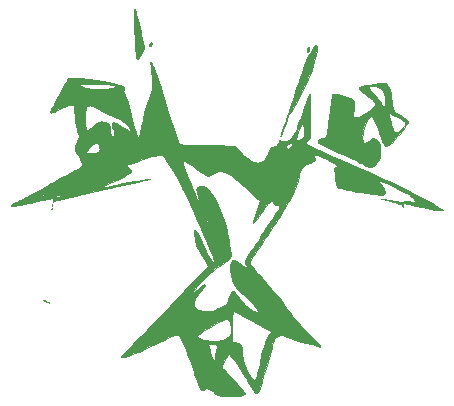
<source format=gbr>
G04 #@! TF.GenerationSoftware,KiCad,Pcbnew,5.1.2*
G04 #@! TF.CreationDate,2019-07-05T19:56:43-05:00*
G04 #@! TF.ProjectId,ZoraSapphire,5a6f7261-5361-4707-9068-6972652e6b69,rev?*
G04 #@! TF.SameCoordinates,Original*
G04 #@! TF.FileFunction,Legend,Top*
G04 #@! TF.FilePolarity,Positive*
%FSLAX46Y46*%
G04 Gerber Fmt 4.6, Leading zero omitted, Abs format (unit mm)*
G04 Created by KiCad (PCBNEW 5.1.2) date 2019-07-05 19:56:43*
%MOMM*%
%LPD*%
G04 APERTURE LIST*
%ADD10C,0.010000*%
G04 APERTURE END LIST*
D10*
G36*
X145236958Y-85400860D02*
G01*
X145319055Y-85538735D01*
X145429212Y-85748357D01*
X145466587Y-85823054D01*
X145515064Y-85925959D01*
X145567377Y-86048107D01*
X145625498Y-86195367D01*
X145691401Y-86373606D01*
X145767059Y-86588692D01*
X145854446Y-86846493D01*
X145955534Y-87152877D01*
X146072297Y-87513713D01*
X146206709Y-87934868D01*
X146360742Y-88422209D01*
X146536370Y-88981607D01*
X146638161Y-89306999D01*
X147585755Y-92339164D01*
X148137961Y-92365145D01*
X148300841Y-92371406D01*
X148536067Y-92378472D01*
X148831327Y-92386065D01*
X149174306Y-92393910D01*
X149552691Y-92401733D01*
X149954169Y-92409258D01*
X150366426Y-92416210D01*
X150544625Y-92418964D01*
X152399084Y-92446803D01*
X152644980Y-92747485D01*
X152852364Y-92986146D01*
X153076594Y-93218646D01*
X153301979Y-93430443D01*
X153512828Y-93606997D01*
X153693449Y-93733764D01*
X153734764Y-93757443D01*
X154013500Y-93871944D01*
X154272991Y-93907500D01*
X154508673Y-93864807D01*
X154715979Y-93744563D01*
X154864246Y-93584965D01*
X155004305Y-93369962D01*
X155139740Y-93122361D01*
X155252882Y-92876695D01*
X155316690Y-92700710D01*
X155369993Y-92522587D01*
X155922419Y-92497833D01*
X155926713Y-92484732D01*
X156667855Y-92484732D01*
X156691350Y-92603970D01*
X156736005Y-92679063D01*
X156796545Y-92736678D01*
X156866916Y-92736624D01*
X156958669Y-92674284D01*
X157083354Y-92545044D01*
X157089840Y-92537677D01*
X157186644Y-92400880D01*
X157210517Y-92301847D01*
X157166832Y-92246135D01*
X157060962Y-92239306D01*
X156898280Y-92286918D01*
X156862269Y-92302189D01*
X156724046Y-92386474D01*
X156667855Y-92484732D01*
X155926713Y-92484732D01*
X156005672Y-92243833D01*
X156050063Y-92110608D01*
X156083384Y-92014713D01*
X156097423Y-91979066D01*
X156136538Y-91988783D01*
X156222241Y-92026505D01*
X156243475Y-92036920D01*
X156405250Y-92082243D01*
X156600996Y-92087735D01*
X156794143Y-92056129D01*
X156948119Y-91990156D01*
X156957505Y-91983581D01*
X157065837Y-91878472D01*
X157516667Y-91878472D01*
X157540345Y-91957429D01*
X157569583Y-91983415D01*
X157666358Y-91991875D01*
X157804259Y-91968342D01*
X157949140Y-91919588D01*
X157991361Y-91899785D01*
X158072951Y-91837000D01*
X158130548Y-91738008D01*
X158166108Y-91592413D01*
X158181587Y-91389817D01*
X158178942Y-91119825D01*
X158170862Y-90945872D01*
X158157494Y-90742590D01*
X158142354Y-90573901D01*
X158127161Y-90455598D01*
X158113635Y-90403477D01*
X158111679Y-90402333D01*
X158085853Y-90439495D01*
X158036453Y-90540994D01*
X157969517Y-90691846D01*
X157891085Y-90877068D01*
X157807197Y-91081679D01*
X157723891Y-91290696D01*
X157647208Y-91489135D01*
X157583186Y-91662015D01*
X157537864Y-91794352D01*
X157517283Y-91871164D01*
X157516667Y-91878472D01*
X157065837Y-91878472D01*
X157078678Y-91866014D01*
X157215198Y-91685046D01*
X157356177Y-91457774D01*
X157490728Y-91201297D01*
X157575422Y-91013154D01*
X157633196Y-90867192D01*
X157711860Y-90656936D01*
X157805638Y-90398451D01*
X157908750Y-90107801D01*
X158015420Y-89801050D01*
X158091717Y-89577657D01*
X158231328Y-89167850D01*
X158347324Y-88832962D01*
X158441881Y-88567266D01*
X158517175Y-88365037D01*
X158575382Y-88220551D01*
X158618678Y-88128082D01*
X158649238Y-88081904D01*
X158663194Y-88074000D01*
X158682017Y-88115179D01*
X158698628Y-88234148D01*
X158712814Y-88424054D01*
X158724361Y-88678043D01*
X158733054Y-88989262D01*
X158738680Y-89350858D01*
X158741026Y-89755977D01*
X158739876Y-90197766D01*
X158737625Y-90458742D01*
X158723167Y-91806318D01*
X158542594Y-91961576D01*
X158419904Y-92082901D01*
X158369865Y-92179430D01*
X158388909Y-92263231D01*
X158437417Y-92317278D01*
X158500351Y-92363020D01*
X158603462Y-92423237D01*
X158751660Y-92500213D01*
X158949850Y-92596233D01*
X159202942Y-92713581D01*
X159515841Y-92854545D01*
X159893457Y-93021407D01*
X160340696Y-93216453D01*
X160734000Y-93386592D01*
X161753212Y-93828230D01*
X162697462Y-94241592D01*
X163570862Y-94628667D01*
X164377522Y-94991444D01*
X165121554Y-95331914D01*
X165807067Y-95652065D01*
X166438173Y-95953888D01*
X167018983Y-96239371D01*
X167553606Y-96510505D01*
X168046155Y-96769280D01*
X168500740Y-97017685D01*
X168921471Y-97257709D01*
X169312460Y-97491342D01*
X169645167Y-97699617D01*
X169983833Y-97916500D01*
X169779188Y-97929548D01*
X169652364Y-97928562D01*
X169478995Y-97911441D01*
X169253345Y-97877112D01*
X168969682Y-97824505D01*
X168622268Y-97752547D01*
X168205370Y-97660167D01*
X167713253Y-97546294D01*
X167655500Y-97532697D01*
X167378444Y-97467872D01*
X167127556Y-97410121D01*
X166915008Y-97362167D01*
X166752974Y-97326737D01*
X166653626Y-97306555D01*
X166628917Y-97302895D01*
X166591354Y-97342462D01*
X166572241Y-97453862D01*
X166570991Y-97482583D01*
X166566494Y-97585857D01*
X166558780Y-97610560D01*
X166544444Y-97562784D01*
X166539241Y-97539379D01*
X166527551Y-97496735D01*
X166505977Y-97461673D01*
X166463544Y-97429779D01*
X166389280Y-97396638D01*
X166272211Y-97357834D01*
X166101363Y-97308953D01*
X165865765Y-97245579D01*
X165700074Y-97201749D01*
X165453303Y-97135691D01*
X165238196Y-97076382D01*
X165066775Y-97027279D01*
X164951064Y-96991842D01*
X164903086Y-96973529D01*
X164902588Y-96972301D01*
X164947270Y-96974565D01*
X165058965Y-96991334D01*
X165221779Y-97019945D01*
X165419818Y-97057733D01*
X165461013Y-97065910D01*
X165788158Y-97129102D01*
X166045452Y-97173159D01*
X166245250Y-97199214D01*
X166399907Y-97208397D01*
X166521778Y-97201841D01*
X166623216Y-97180679D01*
X166643717Y-97174275D01*
X166908857Y-97128584D01*
X167188149Y-97163656D01*
X167294030Y-97196256D01*
X167473200Y-97248101D01*
X167587365Y-97254929D01*
X167633474Y-97216644D01*
X167634333Y-97206660D01*
X167599966Y-97103647D01*
X167506061Y-96973658D01*
X167366418Y-96832033D01*
X167194833Y-96694111D01*
X167138162Y-96655067D01*
X166888220Y-96497279D01*
X166609862Y-96334855D01*
X166312909Y-96172286D01*
X166007180Y-96014066D01*
X165702495Y-95864690D01*
X165408673Y-95728650D01*
X165135535Y-95610440D01*
X164892900Y-95514553D01*
X164690588Y-95445483D01*
X164538420Y-95407724D01*
X164446213Y-95405768D01*
X164428944Y-95415343D01*
X164437431Y-95459393D01*
X164500323Y-95524687D01*
X164520594Y-95540176D01*
X164720529Y-95716844D01*
X164883787Y-95923479D01*
X164997811Y-96140009D01*
X165050046Y-96346363D01*
X165052000Y-96389603D01*
X165044292Y-96473791D01*
X165015913Y-96538007D01*
X164958981Y-96582705D01*
X164865613Y-96608337D01*
X164727928Y-96615356D01*
X164538041Y-96604215D01*
X164288072Y-96575367D01*
X163970138Y-96529264D01*
X163612667Y-96472299D01*
X163376837Y-96436358D01*
X163161435Y-96408261D01*
X162984390Y-96389996D01*
X162863632Y-96383552D01*
X162829500Y-96385457D01*
X162742178Y-96381215D01*
X162583320Y-96354350D01*
X162362396Y-96306863D01*
X162088875Y-96240756D01*
X161842576Y-96176880D01*
X161585735Y-96108772D01*
X161357492Y-96048733D01*
X161170178Y-95999965D01*
X161036124Y-95965672D01*
X160967662Y-95949059D01*
X160961661Y-95948000D01*
X160958693Y-95920809D01*
X160965938Y-95907114D01*
X160969714Y-95846275D01*
X160952447Y-95733509D01*
X160930804Y-95642531D01*
X160902516Y-95510272D01*
X160871317Y-95320052D01*
X160841175Y-95098296D01*
X160818076Y-94892017D01*
X160765750Y-94365202D01*
X160887458Y-94266376D01*
X161009167Y-94167551D01*
X160861000Y-94043628D01*
X160742743Y-93959676D01*
X160565847Y-93852601D01*
X160349551Y-93732505D01*
X160113089Y-93609490D01*
X159875700Y-93493657D01*
X159656620Y-93395110D01*
X159524969Y-93342014D01*
X159329138Y-93281130D01*
X159178078Y-93259392D01*
X159079536Y-93274674D01*
X159041259Y-93324854D01*
X159070993Y-93407805D01*
X159109301Y-93456006D01*
X159153580Y-93538923D01*
X159153463Y-93595619D01*
X159107547Y-93639050D01*
X159001425Y-93708662D01*
X158851443Y-93794466D01*
X158693245Y-93876889D01*
X158415173Y-94020707D01*
X158204105Y-94146717D01*
X158048623Y-94269014D01*
X157937304Y-94401695D01*
X157858730Y-94558853D01*
X157801478Y-94754583D01*
X157754127Y-95002981D01*
X157747406Y-95044205D01*
X157661923Y-95470006D01*
X157551225Y-95830560D01*
X157409887Y-96142941D01*
X157382765Y-96191881D01*
X157317827Y-96318334D01*
X157278599Y-96419470D01*
X157272827Y-96465315D01*
X157257599Y-96516541D01*
X157205659Y-96624971D01*
X157125438Y-96776181D01*
X157025367Y-96955746D01*
X156913878Y-97149244D01*
X156799401Y-97342251D01*
X156690367Y-97520342D01*
X156595209Y-97669093D01*
X156522357Y-97774082D01*
X156480557Y-97820709D01*
X156428623Y-97882998D01*
X156398819Y-97958022D01*
X156361013Y-98050733D01*
X156285077Y-98195734D01*
X156181404Y-98375934D01*
X156060385Y-98574242D01*
X155932415Y-98773565D01*
X155807884Y-98956811D01*
X155711354Y-99088654D01*
X155635604Y-99192799D01*
X155523098Y-99355024D01*
X155382743Y-99562112D01*
X155223446Y-99800846D01*
X155054114Y-100058009D01*
X154940414Y-100232601D01*
X154752488Y-100521920D01*
X154553616Y-100827041D01*
X154356693Y-101128254D01*
X154174612Y-101405848D01*
X154020269Y-101640113D01*
X153967952Y-101719132D01*
X153838104Y-101918319D01*
X153726699Y-102095807D01*
X153641613Y-102238510D01*
X153590724Y-102333344D01*
X153579667Y-102364145D01*
X153595185Y-102407507D01*
X153644278Y-102483409D01*
X153730754Y-102596419D01*
X153858422Y-102751106D01*
X154031090Y-102952040D01*
X154252566Y-103203789D01*
X154526659Y-103510922D01*
X154649816Y-103648011D01*
X155156664Y-104219662D01*
X155601956Y-104739733D01*
X155988508Y-105211642D01*
X156319137Y-105638806D01*
X156533740Y-105934198D01*
X156767193Y-106260818D01*
X156987594Y-106556537D01*
X157206188Y-106834584D01*
X157434217Y-107108187D01*
X157682925Y-107390575D01*
X157963556Y-107694974D01*
X158287353Y-108034612D01*
X158540011Y-108294576D01*
X158847506Y-108610270D01*
X159097584Y-108870301D01*
X159292945Y-109078624D01*
X159436289Y-109239193D01*
X159530316Y-109355964D01*
X159577726Y-109432893D01*
X159581219Y-109473935D01*
X159543495Y-109483044D01*
X159467254Y-109464176D01*
X159355197Y-109421286D01*
X159290320Y-109393692D01*
X159145886Y-109341350D01*
X158944516Y-109282064D01*
X158712742Y-109223073D01*
X158477099Y-109171617D01*
X158474342Y-109171072D01*
X157932864Y-109048703D01*
X157452523Y-108905576D01*
X157010875Y-108734461D01*
X156766313Y-108620876D01*
X156581065Y-108532281D01*
X156449505Y-108478224D01*
X156350971Y-108452740D01*
X156264800Y-108449862D01*
X156201973Y-108457899D01*
X156019772Y-108524802D01*
X155843678Y-108651425D01*
X155701919Y-108815763D01*
X155667492Y-108874507D01*
X155636320Y-108954062D01*
X155588186Y-109100921D01*
X155527510Y-109300464D01*
X155458713Y-109538075D01*
X155386216Y-109799133D01*
X155371769Y-109852472D01*
X155208671Y-110450620D01*
X155053840Y-111005285D01*
X154908699Y-111511862D01*
X154774670Y-111965746D01*
X154653177Y-112362332D01*
X154545644Y-112697015D01*
X154453492Y-112965191D01*
X154378145Y-113162254D01*
X154321025Y-113283600D01*
X154303184Y-113310424D01*
X154234213Y-113371457D01*
X154158764Y-113385994D01*
X154072871Y-113349626D01*
X153972564Y-113257941D01*
X153853875Y-113106527D01*
X153712835Y-112890973D01*
X153545478Y-112606868D01*
X153347833Y-112249801D01*
X153345954Y-112246333D01*
X153075395Y-111761290D01*
X152824735Y-111343144D01*
X152585653Y-110978966D01*
X152349830Y-110655826D01*
X152208056Y-110478221D01*
X151873613Y-110073003D01*
X151712256Y-110260085D01*
X151568356Y-110449577D01*
X151437782Y-110662312D01*
X151335316Y-110871245D01*
X151275737Y-111049329D01*
X151272720Y-111064333D01*
X151263662Y-111131642D01*
X151271043Y-111190153D01*
X151304122Y-111254372D01*
X151372156Y-111338806D01*
X151484403Y-111457962D01*
X151597232Y-111572828D01*
X151769997Y-111753470D01*
X151976151Y-111978055D01*
X152201230Y-112229974D01*
X152430771Y-112492616D01*
X152650310Y-112749372D01*
X152845382Y-112983633D01*
X153001525Y-113178788D01*
X153043263Y-113233397D01*
X153129421Y-113351755D01*
X153169085Y-113423064D01*
X153168412Y-113466579D01*
X153133559Y-113501554D01*
X153129885Y-113504263D01*
X153037853Y-113553991D01*
X152915298Y-113600844D01*
X152904289Y-113604211D01*
X152793043Y-113624226D01*
X152616504Y-113640959D01*
X152393994Y-113653983D01*
X152144839Y-113662870D01*
X151888364Y-113667193D01*
X151643891Y-113666526D01*
X151430746Y-113660439D01*
X151268253Y-113648507D01*
X151218780Y-113641475D01*
X150958798Y-113578586D01*
X150751671Y-113487047D01*
X150566883Y-113352949D01*
X150546925Y-113335286D01*
X150322217Y-113148014D01*
X150138745Y-113029239D01*
X149991022Y-112976854D01*
X149873562Y-112988749D01*
X149794861Y-113046216D01*
X149686024Y-113124447D01*
X149568169Y-113147075D01*
X149470422Y-113109659D01*
X149458336Y-113097509D01*
X149418479Y-113046200D01*
X149377815Y-112979290D01*
X149332846Y-112887919D01*
X149280075Y-112763229D01*
X149216001Y-112596362D01*
X149137128Y-112378457D01*
X149039957Y-112100657D01*
X148920989Y-111754103D01*
X148877841Y-111627520D01*
X148690140Y-111083432D01*
X148510284Y-110576277D01*
X148340458Y-110111606D01*
X148182847Y-109694968D01*
X148039636Y-109331916D01*
X148028032Y-109304064D01*
X150080693Y-109304064D01*
X150105889Y-109403423D01*
X150119429Y-109439994D01*
X150158162Y-109558008D01*
X150203543Y-109727243D01*
X150247122Y-109915609D01*
X150256421Y-109960333D01*
X150322979Y-110239584D01*
X150392338Y-110443157D01*
X150461686Y-110569905D01*
X150528210Y-110618681D01*
X150589100Y-110588337D01*
X150641543Y-110477726D01*
X150682728Y-110285702D01*
X150699912Y-110141259D01*
X150723665Y-109952874D01*
X150755897Y-109782055D01*
X150790896Y-109657181D01*
X150803047Y-109628989D01*
X150859614Y-109491209D01*
X150856674Y-109394937D01*
X150791985Y-109319320D01*
X150767986Y-109302558D01*
X150680998Y-109269819D01*
X150546892Y-109244284D01*
X150392748Y-109228044D01*
X150245650Y-109223190D01*
X150132678Y-109231813D01*
X150085050Y-109249838D01*
X150080693Y-109304064D01*
X148028032Y-109304064D01*
X147913011Y-109027999D01*
X147805156Y-108788768D01*
X147718257Y-108619774D01*
X147708391Y-108605060D01*
X149180867Y-108605060D01*
X149209406Y-108680311D01*
X149307695Y-108745902D01*
X149480349Y-108806382D01*
X149731981Y-108866297D01*
X149792789Y-108878732D01*
X150027617Y-108922978D01*
X150279203Y-108965816D01*
X150513466Y-109001702D01*
X150684638Y-109023838D01*
X150750522Y-109019317D01*
X150829087Y-109007833D01*
X152131602Y-109007833D01*
X152231217Y-109060126D01*
X152340607Y-109101199D01*
X152415500Y-109113279D01*
X152512916Y-109125077D01*
X152638885Y-109152774D01*
X152654048Y-109156882D01*
X152734734Y-109186699D01*
X152797962Y-109233147D01*
X152847386Y-109307241D01*
X152886661Y-109419996D01*
X152919441Y-109582428D01*
X152949381Y-109805551D01*
X152980135Y-110100383D01*
X152985464Y-110155876D01*
X153044869Y-110550190D01*
X153151928Y-110933430D01*
X153173713Y-110995838D01*
X153280243Y-111265958D01*
X153401145Y-111526109D01*
X153529588Y-111765719D01*
X153658740Y-111974220D01*
X153781773Y-112141040D01*
X153891853Y-112255611D01*
X153982152Y-112307362D01*
X154020096Y-112305537D01*
X154068620Y-112254902D01*
X154128431Y-112148971D01*
X154174510Y-112041324D01*
X154209019Y-111930950D01*
X154256419Y-111752847D01*
X154313016Y-111522312D01*
X154375116Y-111254643D01*
X154439024Y-110965138D01*
X154472590Y-110807000D01*
X154583849Y-110290418D01*
X154686013Y-109850674D01*
X154781413Y-109480712D01*
X154872378Y-109173479D01*
X154961238Y-108921919D01*
X155050324Y-108718978D01*
X155141965Y-108557601D01*
X155238492Y-108430733D01*
X155267792Y-108399328D01*
X155343082Y-108309354D01*
X155378633Y-108240233D01*
X155377389Y-108222330D01*
X155325273Y-108176154D01*
X155210025Y-108097529D01*
X155040925Y-107991574D01*
X154827254Y-107863408D01*
X154578292Y-107718149D01*
X154303322Y-107560919D01*
X154011622Y-107396835D01*
X153712474Y-107231017D01*
X153415160Y-107068585D01*
X153128959Y-106914657D01*
X152863152Y-106774353D01*
X152627020Y-106652793D01*
X152429844Y-106555095D01*
X152280905Y-106486379D01*
X152189483Y-106451764D01*
X152164905Y-106450317D01*
X152159410Y-106496371D01*
X152154044Y-106616505D01*
X152149030Y-106800135D01*
X152144591Y-107036673D01*
X152140951Y-107315535D01*
X152138333Y-107626133D01*
X152137703Y-107739625D01*
X152131602Y-109007833D01*
X150829087Y-109007833D01*
X150868111Y-109002129D01*
X150954154Y-108986827D01*
X151237259Y-108908315D01*
X151507080Y-108788348D01*
X151735368Y-108640786D01*
X151827940Y-108558103D01*
X151909443Y-108470535D01*
X151959222Y-108396104D01*
X151986440Y-108308704D01*
X152000258Y-108182231D01*
X152007292Y-108047101D01*
X152008770Y-107860648D01*
X151998286Y-107685254D01*
X151978060Y-107555215D01*
X151974647Y-107542811D01*
X151907293Y-107386419D01*
X151812743Y-107250805D01*
X151708520Y-107156546D01*
X151617987Y-107124033D01*
X151524993Y-107145712D01*
X151372818Y-107206185D01*
X151173637Y-107298668D01*
X150939621Y-107416380D01*
X150682945Y-107552538D01*
X150415780Y-107700361D01*
X150150301Y-107853065D01*
X149898681Y-108003869D01*
X149673092Y-108145989D01*
X149485707Y-108272645D01*
X149348701Y-108377053D01*
X149314583Y-108407387D01*
X149217464Y-108515601D01*
X149180867Y-108605060D01*
X147708391Y-108605060D01*
X147659121Y-108531583D01*
X147604353Y-108482131D01*
X147538399Y-108451961D01*
X147453856Y-108443471D01*
X147343323Y-108459058D01*
X147199395Y-108501118D01*
X147014669Y-108572050D01*
X146781744Y-108674249D01*
X146493215Y-108810114D01*
X146141681Y-108982040D01*
X145905996Y-109099229D01*
X145450790Y-109322152D01*
X145010933Y-109529227D01*
X144592486Y-109718145D01*
X144201507Y-109886597D01*
X143844056Y-110032276D01*
X143526192Y-110152871D01*
X143253974Y-110246074D01*
X143033462Y-110309576D01*
X142870714Y-110341070D01*
X142771789Y-110338244D01*
X142742333Y-110304709D01*
X142748743Y-110278661D01*
X142770796Y-110239663D01*
X142812730Y-110183206D01*
X142878782Y-110104784D01*
X142973189Y-109999889D01*
X143100189Y-109864014D01*
X143264019Y-109692651D01*
X143468916Y-109481293D01*
X143719117Y-109225434D01*
X144018860Y-108920565D01*
X144372381Y-108562179D01*
X144539033Y-108393484D01*
X144900732Y-108025957D01*
X145290447Y-107627260D01*
X145695145Y-107210898D01*
X146101794Y-106790372D01*
X146497361Y-106379187D01*
X146868811Y-105990846D01*
X147203113Y-105638852D01*
X147419603Y-105408984D01*
X147717803Y-105091592D01*
X148025790Y-104765071D01*
X148332725Y-104440824D01*
X148627769Y-104130256D01*
X148900084Y-103844771D01*
X149138831Y-103595772D01*
X149333171Y-103394664D01*
X149370497Y-103356333D01*
X150051953Y-102657833D01*
X149962909Y-102442454D01*
X149898898Y-102310153D01*
X149802552Y-102137417D01*
X149690288Y-101953030D01*
X149636976Y-101870954D01*
X149438850Y-101564179D01*
X149286849Y-101305917D01*
X149172933Y-101079608D01*
X149089059Y-100868696D01*
X149027183Y-100656622D01*
X149009027Y-100578096D01*
X148953001Y-100296597D01*
X148913968Y-100048794D01*
X148893004Y-99846030D01*
X148891188Y-99699648D01*
X148909597Y-99620994D01*
X148917388Y-99613302D01*
X148966582Y-99608111D01*
X149028417Y-99649327D01*
X149105276Y-99741169D01*
X149199543Y-99887856D01*
X149313601Y-100093607D01*
X149449833Y-100362639D01*
X149610622Y-100699173D01*
X149798351Y-101107426D01*
X149942703Y-101428364D01*
X150078445Y-101718572D01*
X150204826Y-101962199D01*
X150316925Y-102150944D01*
X150409822Y-102276506D01*
X150477189Y-102330161D01*
X150528573Y-102312730D01*
X150554172Y-102232141D01*
X150552630Y-102106299D01*
X150522590Y-101953112D01*
X150509115Y-101908452D01*
X150462242Y-101779159D01*
X150384499Y-101582282D01*
X150279998Y-101327341D01*
X150152847Y-101023856D01*
X150007157Y-100681346D01*
X149847038Y-100309330D01*
X149676601Y-99917328D01*
X149564489Y-99661892D01*
X150323197Y-99661892D01*
X150337785Y-99746427D01*
X150365763Y-99806742D01*
X150412800Y-99867405D01*
X150439800Y-99853539D01*
X150437857Y-99774547D01*
X150430111Y-99738805D01*
X150396126Y-99658597D01*
X150361527Y-99631000D01*
X150323197Y-99661892D01*
X149564489Y-99661892D01*
X149499954Y-99514859D01*
X149321210Y-99111444D01*
X149144477Y-98716601D01*
X149077520Y-98568743D01*
X149865356Y-98568743D01*
X149887057Y-98660972D01*
X149940384Y-98798388D01*
X149944980Y-98808665D01*
X149999698Y-98922308D01*
X150032228Y-98964984D01*
X150050501Y-98944856D01*
X150055389Y-98922256D01*
X150045200Y-98829007D01*
X150000325Y-98704855D01*
X149973650Y-98652374D01*
X149910289Y-98555524D01*
X149873645Y-98530620D01*
X149865356Y-98568743D01*
X149077520Y-98568743D01*
X148973865Y-98339850D01*
X148876939Y-98128167D01*
X148516761Y-97353669D01*
X148184246Y-96656349D01*
X147878171Y-96033795D01*
X147597314Y-95483599D01*
X147340450Y-95003352D01*
X147106357Y-94590643D01*
X146947743Y-94328383D01*
X146806299Y-94101527D01*
X146672063Y-93885606D01*
X146624424Y-93808728D01*
X147928617Y-93808728D01*
X147931536Y-93914597D01*
X147966650Y-94073446D01*
X148034491Y-94289369D01*
X148135592Y-94566456D01*
X148270486Y-94908801D01*
X148439704Y-95320494D01*
X148612596Y-95731969D01*
X148804514Y-96184584D01*
X148966503Y-96563930D01*
X149100842Y-96875035D01*
X149209806Y-97122932D01*
X149295674Y-97312652D01*
X149360722Y-97449227D01*
X149407228Y-97537687D01*
X149437468Y-97583065D01*
X149453719Y-97590392D01*
X149449759Y-97544174D01*
X149423422Y-97433107D01*
X149378839Y-97272753D01*
X149320141Y-97078671D01*
X149305554Y-97032395D01*
X149207464Y-96711750D01*
X149140413Y-96460212D01*
X149103860Y-96268331D01*
X149097264Y-96126657D01*
X149120085Y-96025740D01*
X149171781Y-95956129D01*
X149241477Y-95912924D01*
X149404697Y-95871304D01*
X149593878Y-95869266D01*
X149764480Y-95905979D01*
X149803519Y-95923438D01*
X149971744Y-96045499D01*
X150156850Y-96238705D01*
X150353094Y-96492614D01*
X150554737Y-96796783D01*
X150756039Y-97140768D01*
X150951258Y-97514125D01*
X151134655Y-97906413D01*
X151300490Y-98307186D01*
X151443021Y-98706003D01*
X151556509Y-99092420D01*
X151566006Y-99129846D01*
X151607198Y-99310775D01*
X151657624Y-99557304D01*
X151714074Y-99851285D01*
X151773335Y-100174573D01*
X151832194Y-100509020D01*
X151887439Y-100836480D01*
X151935859Y-101138806D01*
X151974240Y-101397851D01*
X151993668Y-101545816D01*
X152008579Y-101691056D01*
X152007432Y-101804401D01*
X151981200Y-101898693D01*
X151920857Y-101986771D01*
X151817376Y-102081479D01*
X151661732Y-102195658D01*
X151444898Y-102342149D01*
X151424271Y-102355893D01*
X150768796Y-102822343D01*
X150170852Y-103308834D01*
X149642793Y-103805179D01*
X149549630Y-103901602D01*
X149325337Y-104143928D01*
X149128638Y-104368782D01*
X148966386Y-104567475D01*
X148845434Y-104731317D01*
X148772633Y-104851619D01*
X148753667Y-104910878D01*
X148756437Y-104940862D01*
X148771697Y-104949701D01*
X148809870Y-104930483D01*
X148881379Y-104876293D01*
X148996649Y-104780220D01*
X149155833Y-104644157D01*
X149334117Y-104496673D01*
X149500109Y-104369228D01*
X149639832Y-104271773D01*
X149739310Y-104214256D01*
X149775574Y-104203000D01*
X149815560Y-104230111D01*
X149792519Y-104309929D01*
X149707813Y-104440184D01*
X149562802Y-104618602D01*
X149452391Y-104742396D01*
X149251419Y-104968902D01*
X149105035Y-105153757D01*
X149005137Y-105312221D01*
X148943627Y-105459554D01*
X148912407Y-105611017D01*
X148903399Y-105776812D01*
X148916922Y-105995428D01*
X148968937Y-106150546D01*
X149072355Y-106259378D01*
X149240087Y-106339135D01*
X149350691Y-106373101D01*
X149645127Y-106443935D01*
X149905048Y-106479614D01*
X150148704Y-106477520D01*
X150394342Y-106435036D01*
X150660210Y-106349541D01*
X150964557Y-106218420D01*
X151187549Y-106109555D01*
X151381145Y-106011106D01*
X151520427Y-105931284D01*
X151618856Y-105853045D01*
X151689898Y-105759348D01*
X151747014Y-105633151D01*
X151803669Y-105457411D01*
X151861482Y-105256481D01*
X151933751Y-105053880D01*
X152020371Y-104889147D01*
X152111692Y-104777058D01*
X152198063Y-104732387D01*
X152203910Y-104732167D01*
X152274753Y-104770373D01*
X152382036Y-104884982D01*
X152525746Y-105075981D01*
X152540890Y-105097523D01*
X152788222Y-105436098D01*
X153014396Y-105711940D01*
X153232438Y-105939776D01*
X153455371Y-106134333D01*
X153463747Y-106140978D01*
X153652497Y-106285084D01*
X153799438Y-106383074D01*
X153924629Y-106446631D01*
X154048131Y-106487438D01*
X154066500Y-106492018D01*
X154216037Y-106524514D01*
X154293072Y-106524325D01*
X154306629Y-106481617D01*
X154265728Y-106386559D01*
X154227692Y-106316354D01*
X154089699Y-106104221D01*
X153894431Y-105857734D01*
X153654231Y-105590717D01*
X153381446Y-105316996D01*
X153128274Y-105085086D01*
X152815161Y-104803061D01*
X152567815Y-104562934D01*
X152381554Y-104359643D01*
X152251694Y-104188125D01*
X152181203Y-104061384D01*
X152069635Y-103737880D01*
X151993815Y-103363122D01*
X151959042Y-102964860D01*
X151957530Y-102890667D01*
X151968455Y-102577499D01*
X152007912Y-102343688D01*
X152075866Y-102189374D01*
X152144791Y-102126281D01*
X152215210Y-102113564D01*
X152316384Y-102139386D01*
X152455375Y-102207557D01*
X152639244Y-102321886D01*
X152875052Y-102486181D01*
X153050500Y-102614857D01*
X153214254Y-102735012D01*
X153353697Y-102834300D01*
X153454782Y-102902930D01*
X153503458Y-102931113D01*
X153504660Y-102931327D01*
X153498639Y-102899912D01*
X153454515Y-102815343D01*
X153381390Y-102694752D01*
X153367077Y-102672437D01*
X153296383Y-102561793D01*
X153243234Y-102466544D01*
X153210815Y-102377793D01*
X153202311Y-102286645D01*
X153220906Y-102184201D01*
X153269787Y-102061568D01*
X153352138Y-101909847D01*
X153471145Y-101720143D01*
X153629992Y-101483560D01*
X153831866Y-101191202D01*
X153967055Y-100996696D01*
X154152161Y-100727100D01*
X154368044Y-100407187D01*
X154605055Y-100051706D01*
X154853545Y-99675403D01*
X155103868Y-99293026D01*
X155346375Y-98919321D01*
X155571418Y-98569036D01*
X155769349Y-98256919D01*
X155930520Y-97997716D01*
X155950749Y-97964605D01*
X156052264Y-97795986D01*
X156114055Y-97684234D01*
X156141232Y-97614397D01*
X156138907Y-97571521D01*
X156112192Y-97540653D01*
X156099079Y-97530688D01*
X155992818Y-97483870D01*
X155910492Y-97471352D01*
X155778546Y-97448338D01*
X155681874Y-97370305D01*
X155614201Y-97255936D01*
X155555312Y-97159032D01*
X155497906Y-97102637D01*
X155491417Y-97099853D01*
X155426615Y-97120227D01*
X155322536Y-97204366D01*
X155185736Y-97344848D01*
X155022770Y-97534248D01*
X154840192Y-97765144D01*
X154644557Y-98030110D01*
X154544224Y-98172571D01*
X154364226Y-98426646D01*
X154204925Y-98640706D01*
X154071389Y-98808686D01*
X153968687Y-98924524D01*
X153901888Y-98982155D01*
X153876059Y-98975515D01*
X153875914Y-98972170D01*
X153889122Y-98922125D01*
X153926139Y-98804224D01*
X153982978Y-98630583D01*
X154055651Y-98413319D01*
X154140169Y-98164550D01*
X154178196Y-98053712D01*
X154480564Y-97174924D01*
X153956032Y-96675675D01*
X153543254Y-96284885D01*
X153184162Y-95949792D01*
X152873136Y-95665670D01*
X152604555Y-95427794D01*
X152372799Y-95231438D01*
X152172245Y-95071874D01*
X151997273Y-94944378D01*
X151842262Y-94844222D01*
X151701591Y-94766682D01*
X151663621Y-94748196D01*
X151413813Y-94649916D01*
X151185766Y-94608586D01*
X150960905Y-94625981D01*
X150720656Y-94703873D01*
X150446442Y-94844034D01*
X150404984Y-94868312D01*
X150090975Y-95054495D01*
X149807647Y-94905611D01*
X149634678Y-94803231D01*
X149438247Y-94669669D01*
X149256923Y-94531372D01*
X149233326Y-94511782D01*
X149082546Y-94390307D01*
X148936739Y-94282061D01*
X148821173Y-94205539D01*
X148795083Y-94190968D01*
X148685800Y-94128603D01*
X148538503Y-94036796D01*
X148384319Y-93934971D01*
X148378328Y-93930882D01*
X148228253Y-93833225D01*
X148107712Y-93768089D01*
X148017238Y-93739566D01*
X147957362Y-93751749D01*
X147928617Y-93808728D01*
X146624424Y-93808728D01*
X146554834Y-93696428D01*
X146464412Y-93549804D01*
X146416029Y-93470571D01*
X146288982Y-93309656D01*
X146141686Y-93225976D01*
X145959098Y-93212262D01*
X145898066Y-93220222D01*
X145769499Y-93247901D01*
X145583724Y-93296506D01*
X145352898Y-93362108D01*
X145089175Y-93440780D01*
X144804713Y-93528591D01*
X144511666Y-93621613D01*
X144222192Y-93715917D01*
X143948446Y-93807574D01*
X143702583Y-93892655D01*
X143496761Y-93967232D01*
X143343134Y-94027374D01*
X143253859Y-94069155D01*
X143239115Y-94079618D01*
X143243190Y-94133210D01*
X143315070Y-94230083D01*
X143393405Y-94311018D01*
X143494920Y-94418437D01*
X143565628Y-94509990D01*
X143589000Y-94561011D01*
X143549947Y-94641682D01*
X143436889Y-94746350D01*
X143255977Y-94871744D01*
X143013361Y-95014593D01*
X142715190Y-95171626D01*
X142367617Y-95339573D01*
X141976791Y-95515162D01*
X141548863Y-95695122D01*
X141184066Y-95839990D01*
X140993272Y-95915680D01*
X140836688Y-95981290D01*
X140728252Y-96030712D01*
X140681907Y-96057833D01*
X140681499Y-96060277D01*
X140725727Y-96056501D01*
X140843971Y-96037845D01*
X141027208Y-96005955D01*
X141266416Y-95962478D01*
X141552572Y-95909060D01*
X141876654Y-95847348D01*
X142229640Y-95778989D01*
X142324433Y-95760448D01*
X142899069Y-95648224D01*
X143394717Y-95552314D01*
X143815326Y-95472005D01*
X144164846Y-95406585D01*
X144447225Y-95355338D01*
X144666412Y-95317552D01*
X144826357Y-95292514D01*
X144931008Y-95279510D01*
X144984315Y-95277826D01*
X144989652Y-95278939D01*
X144955135Y-95289999D01*
X144843578Y-95318413D01*
X144660529Y-95362892D01*
X144411535Y-95422144D01*
X144102144Y-95494877D01*
X143737904Y-95579799D01*
X143324361Y-95675620D01*
X142867064Y-95781047D01*
X142371561Y-95894790D01*
X141843398Y-96015556D01*
X141288124Y-96142054D01*
X141039357Y-96198580D01*
X140471740Y-96327522D01*
X139927194Y-96451351D01*
X139411437Y-96568758D01*
X138930185Y-96678438D01*
X138489156Y-96779082D01*
X138094067Y-96869384D01*
X137750634Y-96948036D01*
X137464575Y-97013732D01*
X137241607Y-97065163D01*
X137087447Y-97101024D01*
X137007812Y-97120006D01*
X136998049Y-97122600D01*
X136950181Y-97174278D01*
X136929610Y-97232166D01*
X136922915Y-97246208D01*
X136924003Y-97188639D01*
X136930393Y-97099961D01*
X136939016Y-96970898D01*
X136931737Y-96907064D01*
X136901098Y-96889442D01*
X136850665Y-96896687D01*
X136759469Y-96913714D01*
X136616067Y-96938352D01*
X136455833Y-96964567D01*
X136337657Y-96985983D01*
X136150492Y-97023077D01*
X135907961Y-97073002D01*
X135623691Y-97132912D01*
X135311306Y-97199960D01*
X134984432Y-97271300D01*
X134925646Y-97284259D01*
X134510207Y-97374736D01*
X134170786Y-97445662D01*
X133901247Y-97497970D01*
X133695458Y-97532592D01*
X133547284Y-97550460D01*
X133450590Y-97552505D01*
X133399242Y-97539660D01*
X133386666Y-97518096D01*
X133418886Y-97462513D01*
X133496956Y-97387485D01*
X133592996Y-97315184D01*
X133679124Y-97267782D01*
X133710810Y-97260333D01*
X133791963Y-97239829D01*
X133938164Y-97181166D01*
X134141198Y-97088614D01*
X134157334Y-97080780D01*
X134933043Y-97080780D01*
X134985815Y-97089799D01*
X135079386Y-97074651D01*
X135194913Y-97039131D01*
X135313553Y-96987035D01*
X135364398Y-96958295D01*
X135446385Y-96897919D01*
X135475573Y-96855350D01*
X135467450Y-96846206D01*
X135392720Y-96850112D01*
X135273105Y-96882596D01*
X135138469Y-96932472D01*
X135018679Y-96988554D01*
X134943596Y-97039656D01*
X134939912Y-97043798D01*
X134933043Y-97080780D01*
X134157334Y-97080780D01*
X134392847Y-96966445D01*
X134684892Y-96818931D01*
X134720161Y-96800592D01*
X137094496Y-96800592D01*
X137156580Y-96823725D01*
X137288106Y-96814059D01*
X137480867Y-96772553D01*
X137588250Y-96742913D01*
X137706979Y-96698408D01*
X137745083Y-96661638D01*
X137706552Y-96637363D01*
X137595373Y-96630340D01*
X137498680Y-96636091D01*
X137311622Y-96663195D01*
X137174427Y-96703552D01*
X137099003Y-96752316D01*
X137094496Y-96800592D01*
X134720161Y-96800592D01*
X135002311Y-96653882D01*
X135969000Y-96653882D01*
X136001039Y-96692438D01*
X136094570Y-96677888D01*
X136245712Y-96610930D01*
X136265333Y-96600585D01*
X136371167Y-96544056D01*
X136237046Y-96542361D01*
X136073406Y-96556924D01*
X135985148Y-96605218D01*
X135969000Y-96653882D01*
X135002311Y-96653882D01*
X135009118Y-96650343D01*
X135345152Y-96471424D01*
X138561525Y-96471424D01*
X138569938Y-96490937D01*
X138659484Y-96498333D01*
X138659665Y-96498333D01*
X138731413Y-96486018D01*
X138744289Y-96459974D01*
X138689536Y-96438073D01*
X138635958Y-96443745D01*
X138561525Y-96471424D01*
X135345152Y-96471424D01*
X135357306Y-96464953D01*
X135721239Y-96267033D01*
X136029077Y-96096167D01*
X140583333Y-96096167D01*
X140604500Y-96117333D01*
X140625667Y-96096167D01*
X140604500Y-96075000D01*
X140583333Y-96096167D01*
X136029077Y-96096167D01*
X136092700Y-96060853D01*
X136463470Y-95850685D01*
X136817108Y-95645632D01*
X137021000Y-95527774D01*
X137278260Y-95381855D01*
X137567617Y-95219778D01*
X137867801Y-95053449D01*
X138157539Y-94894773D01*
X138197827Y-94872887D01*
X138544952Y-94682932D01*
X138823419Y-94526368D01*
X139040155Y-94398437D01*
X139202086Y-94294383D01*
X139316141Y-94209450D01*
X139389247Y-94138880D01*
X139428330Y-94077918D01*
X139440319Y-94021807D01*
X139440333Y-94019735D01*
X139422350Y-93912552D01*
X139365301Y-93771811D01*
X139264534Y-93588479D01*
X139115400Y-93353525D01*
X139038063Y-93238514D01*
X138929435Y-93075272D01*
X138873407Y-92978433D01*
X139780738Y-92978433D01*
X139832644Y-93046943D01*
X139874250Y-93068014D01*
X139946021Y-93093059D01*
X140018067Y-93104588D01*
X140112808Y-93102582D01*
X140252663Y-93087021D01*
X140392833Y-93067563D01*
X140591203Y-93037226D01*
X140722319Y-93009710D01*
X140803041Y-92978195D01*
X140850231Y-92935861D01*
X140880750Y-92875889D01*
X140883340Y-92869172D01*
X140896896Y-92746103D01*
X140872710Y-92585917D01*
X140820041Y-92421920D01*
X140748150Y-92287416D01*
X140709193Y-92242801D01*
X140649139Y-92194787D01*
X140596588Y-92186714D01*
X140518067Y-92219016D01*
X140467035Y-92245933D01*
X140363306Y-92314577D01*
X140225934Y-92422987D01*
X140080637Y-92550564D01*
X140045825Y-92583291D01*
X139885801Y-92750924D01*
X139797947Y-92881199D01*
X139780738Y-92978433D01*
X138873407Y-92978433D01*
X138861102Y-92957167D01*
X138823811Y-92860686D01*
X138808308Y-92762313D01*
X138805333Y-92647120D01*
X138816602Y-92435325D01*
X138858725Y-92270000D01*
X138944175Y-92114968D01*
X139026581Y-92005411D01*
X139109774Y-91880531D01*
X139151364Y-91752939D01*
X139151221Y-91605155D01*
X139109217Y-91419695D01*
X139025222Y-91179077D01*
X139020359Y-91166430D01*
X138960672Y-90998249D01*
X138912212Y-90826659D01*
X138872558Y-90636813D01*
X138839285Y-90413866D01*
X138817422Y-90211833D01*
X139677929Y-90211833D01*
X139681939Y-90534549D01*
X139693143Y-90780887D01*
X139712931Y-90958937D01*
X139742698Y-91076788D01*
X139783835Y-91142530D01*
X139837734Y-91164252D01*
X139841871Y-91164333D01*
X139898613Y-91136916D01*
X139999971Y-91062955D01*
X140129816Y-90954885D01*
X140227446Y-90867061D01*
X140453616Y-90669092D01*
X140643421Y-90531693D01*
X140810599Y-90447181D01*
X140968886Y-90407876D01*
X141057897Y-90402747D01*
X141210737Y-90423013D01*
X141381156Y-90475414D01*
X141542348Y-90548275D01*
X141667507Y-90629924D01*
X141722967Y-90692376D01*
X141752219Y-90788411D01*
X141768554Y-90921900D01*
X141769701Y-90960467D01*
X141780910Y-91125047D01*
X141807290Y-91299506D01*
X141814251Y-91332000D01*
X141868756Y-91508971D01*
X141931160Y-91602502D01*
X142000922Y-91612291D01*
X142077496Y-91538037D01*
X142105179Y-91493251D01*
X142133004Y-91432144D01*
X142140168Y-91366751D01*
X142124114Y-91275510D01*
X142082286Y-91136857D01*
X142052263Y-91047014D01*
X141984539Y-90834616D01*
X141949462Y-90685965D01*
X141946274Y-90587011D01*
X141974216Y-90523703D01*
X142022065Y-90487322D01*
X142070327Y-90471536D01*
X142131930Y-90475322D01*
X142216743Y-90503338D01*
X142334633Y-90560241D01*
X142495469Y-90650688D01*
X142709120Y-90779337D01*
X142927459Y-90914613D01*
X143144527Y-91047810D01*
X143300807Y-91137109D01*
X143405603Y-91186105D01*
X143468218Y-91198394D01*
X143497955Y-91177572D01*
X143504333Y-91137580D01*
X143468570Y-91015017D01*
X143369857Y-90865756D01*
X143221057Y-90700791D01*
X143035034Y-90531115D01*
X142824653Y-90367722D01*
X142602776Y-90221606D01*
X142382268Y-90103760D01*
X142217612Y-90037918D01*
X142007642Y-89957010D01*
X141741029Y-89834788D01*
X141430982Y-89677785D01*
X141090709Y-89492533D01*
X140932120Y-89402200D01*
X140686298Y-89263353D01*
X140496617Y-89164682D01*
X140348312Y-89100093D01*
X140226620Y-89063492D01*
X140116776Y-89048784D01*
X140073187Y-89047667D01*
X139952906Y-89060422D01*
X139858652Y-89104282D01*
X139787577Y-89187638D01*
X139736832Y-89318882D01*
X139703567Y-89506404D01*
X139684934Y-89758598D01*
X139678082Y-90083853D01*
X139677929Y-90211833D01*
X138817422Y-90211833D01*
X138809970Y-90142971D01*
X138782192Y-89809284D01*
X138768928Y-89625831D01*
X138748867Y-89368847D01*
X138725784Y-89185926D01*
X138693019Y-89066543D01*
X138643910Y-89000175D01*
X138571797Y-88976295D01*
X138470019Y-88984380D01*
X138375327Y-89003926D01*
X138261017Y-89039694D01*
X138089211Y-89105913D01*
X137878063Y-89195009D01*
X137645723Y-89299408D01*
X137481796Y-89376767D01*
X137214644Y-89503490D01*
X137014940Y-89591541D01*
X136875052Y-89641382D01*
X136787346Y-89653473D01*
X136744191Y-89628275D01*
X136737954Y-89566249D01*
X136761001Y-89467855D01*
X136776401Y-89419354D01*
X136815121Y-89328610D01*
X136890910Y-89174467D01*
X136998407Y-88966796D01*
X137132252Y-88715465D01*
X137287083Y-88430344D01*
X137457541Y-88121304D01*
X137638264Y-87798212D01*
X137823894Y-87470941D01*
X137923156Y-87298555D01*
X139193289Y-87298555D01*
X139211964Y-87343170D01*
X139314036Y-87438244D01*
X139482886Y-87519650D01*
X139700888Y-87580372D01*
X139874680Y-87606959D01*
X140131251Y-87626746D01*
X140435614Y-87638967D01*
X140762615Y-87643627D01*
X141087097Y-87640732D01*
X141383905Y-87630286D01*
X141627881Y-87612295D01*
X141678083Y-87606568D01*
X141882565Y-87574574D01*
X142062975Y-87534709D01*
X142206163Y-87491351D01*
X142298981Y-87448878D01*
X142328281Y-87411667D01*
X142312901Y-87395214D01*
X142248701Y-87374653D01*
X142121940Y-87344208D01*
X141953446Y-87308647D01*
X141832167Y-87285188D01*
X141675440Y-87258974D01*
X141512672Y-87238993D01*
X141329571Y-87224497D01*
X141111848Y-87214740D01*
X140845211Y-87208973D01*
X140515371Y-87206447D01*
X140322263Y-87206167D01*
X140026730Y-87207433D01*
X139759148Y-87210999D01*
X139531171Y-87216512D01*
X139354454Y-87223622D01*
X139240651Y-87231976D01*
X139201927Y-87239947D01*
X139193289Y-87298555D01*
X137923156Y-87298555D01*
X138009067Y-87149357D01*
X138012953Y-87142667D01*
X138246551Y-86740500D01*
X138981025Y-86745260D01*
X139251863Y-86748704D01*
X139481865Y-86756654D01*
X139693722Y-86771351D01*
X139910123Y-86795036D01*
X140153757Y-86829949D01*
X140447314Y-86878332D01*
X140604500Y-86905576D01*
X141127713Y-86998088D01*
X141572800Y-87079471D01*
X141945294Y-87151622D01*
X142250729Y-87216442D01*
X142494638Y-87275826D01*
X142682553Y-87331673D01*
X142820007Y-87385882D01*
X142912534Y-87440350D01*
X142965667Y-87496975D01*
X142984937Y-87557656D01*
X142975879Y-87624289D01*
X142944026Y-87698774D01*
X142939830Y-87706672D01*
X142863392Y-87848609D01*
X143010731Y-88120055D01*
X143141721Y-88401740D01*
X143274190Y-88766425D01*
X143407612Y-89212467D01*
X143541460Y-89738223D01*
X143572919Y-89873167D01*
X143664418Y-90253657D01*
X143757705Y-90607886D01*
X143849977Y-90927468D01*
X143938430Y-91204017D01*
X144020262Y-91429147D01*
X144092669Y-91594473D01*
X144152848Y-91691608D01*
X144188495Y-91714667D01*
X144222707Y-91693558D01*
X144257330Y-91624906D01*
X144294528Y-91500723D01*
X144336467Y-91313023D01*
X144385309Y-91053816D01*
X144417003Y-90871402D01*
X144533807Y-90271009D01*
X144679464Y-89685277D01*
X144861607Y-89086495D01*
X145076944Y-88476167D01*
X145345513Y-87756500D01*
X145343720Y-87142667D01*
X145326432Y-86655886D01*
X145280288Y-86140772D01*
X145209864Y-85642583D01*
X145170960Y-85433454D01*
X145161716Y-85346646D01*
X145184114Y-85336306D01*
X145236958Y-85400860D01*
X145236958Y-85400860D01*
G37*
X145236958Y-85400860D02*
X145319055Y-85538735D01*
X145429212Y-85748357D01*
X145466587Y-85823054D01*
X145515064Y-85925959D01*
X145567377Y-86048107D01*
X145625498Y-86195367D01*
X145691401Y-86373606D01*
X145767059Y-86588692D01*
X145854446Y-86846493D01*
X145955534Y-87152877D01*
X146072297Y-87513713D01*
X146206709Y-87934868D01*
X146360742Y-88422209D01*
X146536370Y-88981607D01*
X146638161Y-89306999D01*
X147585755Y-92339164D01*
X148137961Y-92365145D01*
X148300841Y-92371406D01*
X148536067Y-92378472D01*
X148831327Y-92386065D01*
X149174306Y-92393910D01*
X149552691Y-92401733D01*
X149954169Y-92409258D01*
X150366426Y-92416210D01*
X150544625Y-92418964D01*
X152399084Y-92446803D01*
X152644980Y-92747485D01*
X152852364Y-92986146D01*
X153076594Y-93218646D01*
X153301979Y-93430443D01*
X153512828Y-93606997D01*
X153693449Y-93733764D01*
X153734764Y-93757443D01*
X154013500Y-93871944D01*
X154272991Y-93907500D01*
X154508673Y-93864807D01*
X154715979Y-93744563D01*
X154864246Y-93584965D01*
X155004305Y-93369962D01*
X155139740Y-93122361D01*
X155252882Y-92876695D01*
X155316690Y-92700710D01*
X155369993Y-92522587D01*
X155922419Y-92497833D01*
X155926713Y-92484732D01*
X156667855Y-92484732D01*
X156691350Y-92603970D01*
X156736005Y-92679063D01*
X156796545Y-92736678D01*
X156866916Y-92736624D01*
X156958669Y-92674284D01*
X157083354Y-92545044D01*
X157089840Y-92537677D01*
X157186644Y-92400880D01*
X157210517Y-92301847D01*
X157166832Y-92246135D01*
X157060962Y-92239306D01*
X156898280Y-92286918D01*
X156862269Y-92302189D01*
X156724046Y-92386474D01*
X156667855Y-92484732D01*
X155926713Y-92484732D01*
X156005672Y-92243833D01*
X156050063Y-92110608D01*
X156083384Y-92014713D01*
X156097423Y-91979066D01*
X156136538Y-91988783D01*
X156222241Y-92026505D01*
X156243475Y-92036920D01*
X156405250Y-92082243D01*
X156600996Y-92087735D01*
X156794143Y-92056129D01*
X156948119Y-91990156D01*
X156957505Y-91983581D01*
X157065837Y-91878472D01*
X157516667Y-91878472D01*
X157540345Y-91957429D01*
X157569583Y-91983415D01*
X157666358Y-91991875D01*
X157804259Y-91968342D01*
X157949140Y-91919588D01*
X157991361Y-91899785D01*
X158072951Y-91837000D01*
X158130548Y-91738008D01*
X158166108Y-91592413D01*
X158181587Y-91389817D01*
X158178942Y-91119825D01*
X158170862Y-90945872D01*
X158157494Y-90742590D01*
X158142354Y-90573901D01*
X158127161Y-90455598D01*
X158113635Y-90403477D01*
X158111679Y-90402333D01*
X158085853Y-90439495D01*
X158036453Y-90540994D01*
X157969517Y-90691846D01*
X157891085Y-90877068D01*
X157807197Y-91081679D01*
X157723891Y-91290696D01*
X157647208Y-91489135D01*
X157583186Y-91662015D01*
X157537864Y-91794352D01*
X157517283Y-91871164D01*
X157516667Y-91878472D01*
X157065837Y-91878472D01*
X157078678Y-91866014D01*
X157215198Y-91685046D01*
X157356177Y-91457774D01*
X157490728Y-91201297D01*
X157575422Y-91013154D01*
X157633196Y-90867192D01*
X157711860Y-90656936D01*
X157805638Y-90398451D01*
X157908750Y-90107801D01*
X158015420Y-89801050D01*
X158091717Y-89577657D01*
X158231328Y-89167850D01*
X158347324Y-88832962D01*
X158441881Y-88567266D01*
X158517175Y-88365037D01*
X158575382Y-88220551D01*
X158618678Y-88128082D01*
X158649238Y-88081904D01*
X158663194Y-88074000D01*
X158682017Y-88115179D01*
X158698628Y-88234148D01*
X158712814Y-88424054D01*
X158724361Y-88678043D01*
X158733054Y-88989262D01*
X158738680Y-89350858D01*
X158741026Y-89755977D01*
X158739876Y-90197766D01*
X158737625Y-90458742D01*
X158723167Y-91806318D01*
X158542594Y-91961576D01*
X158419904Y-92082901D01*
X158369865Y-92179430D01*
X158388909Y-92263231D01*
X158437417Y-92317278D01*
X158500351Y-92363020D01*
X158603462Y-92423237D01*
X158751660Y-92500213D01*
X158949850Y-92596233D01*
X159202942Y-92713581D01*
X159515841Y-92854545D01*
X159893457Y-93021407D01*
X160340696Y-93216453D01*
X160734000Y-93386592D01*
X161753212Y-93828230D01*
X162697462Y-94241592D01*
X163570862Y-94628667D01*
X164377522Y-94991444D01*
X165121554Y-95331914D01*
X165807067Y-95652065D01*
X166438173Y-95953888D01*
X167018983Y-96239371D01*
X167553606Y-96510505D01*
X168046155Y-96769280D01*
X168500740Y-97017685D01*
X168921471Y-97257709D01*
X169312460Y-97491342D01*
X169645167Y-97699617D01*
X169983833Y-97916500D01*
X169779188Y-97929548D01*
X169652364Y-97928562D01*
X169478995Y-97911441D01*
X169253345Y-97877112D01*
X168969682Y-97824505D01*
X168622268Y-97752547D01*
X168205370Y-97660167D01*
X167713253Y-97546294D01*
X167655500Y-97532697D01*
X167378444Y-97467872D01*
X167127556Y-97410121D01*
X166915008Y-97362167D01*
X166752974Y-97326737D01*
X166653626Y-97306555D01*
X166628917Y-97302895D01*
X166591354Y-97342462D01*
X166572241Y-97453862D01*
X166570991Y-97482583D01*
X166566494Y-97585857D01*
X166558780Y-97610560D01*
X166544444Y-97562784D01*
X166539241Y-97539379D01*
X166527551Y-97496735D01*
X166505977Y-97461673D01*
X166463544Y-97429779D01*
X166389280Y-97396638D01*
X166272211Y-97357834D01*
X166101363Y-97308953D01*
X165865765Y-97245579D01*
X165700074Y-97201749D01*
X165453303Y-97135691D01*
X165238196Y-97076382D01*
X165066775Y-97027279D01*
X164951064Y-96991842D01*
X164903086Y-96973529D01*
X164902588Y-96972301D01*
X164947270Y-96974565D01*
X165058965Y-96991334D01*
X165221779Y-97019945D01*
X165419818Y-97057733D01*
X165461013Y-97065910D01*
X165788158Y-97129102D01*
X166045452Y-97173159D01*
X166245250Y-97199214D01*
X166399907Y-97208397D01*
X166521778Y-97201841D01*
X166623216Y-97180679D01*
X166643717Y-97174275D01*
X166908857Y-97128584D01*
X167188149Y-97163656D01*
X167294030Y-97196256D01*
X167473200Y-97248101D01*
X167587365Y-97254929D01*
X167633474Y-97216644D01*
X167634333Y-97206660D01*
X167599966Y-97103647D01*
X167506061Y-96973658D01*
X167366418Y-96832033D01*
X167194833Y-96694111D01*
X167138162Y-96655067D01*
X166888220Y-96497279D01*
X166609862Y-96334855D01*
X166312909Y-96172286D01*
X166007180Y-96014066D01*
X165702495Y-95864690D01*
X165408673Y-95728650D01*
X165135535Y-95610440D01*
X164892900Y-95514553D01*
X164690588Y-95445483D01*
X164538420Y-95407724D01*
X164446213Y-95405768D01*
X164428944Y-95415343D01*
X164437431Y-95459393D01*
X164500323Y-95524687D01*
X164520594Y-95540176D01*
X164720529Y-95716844D01*
X164883787Y-95923479D01*
X164997811Y-96140009D01*
X165050046Y-96346363D01*
X165052000Y-96389603D01*
X165044292Y-96473791D01*
X165015913Y-96538007D01*
X164958981Y-96582705D01*
X164865613Y-96608337D01*
X164727928Y-96615356D01*
X164538041Y-96604215D01*
X164288072Y-96575367D01*
X163970138Y-96529264D01*
X163612667Y-96472299D01*
X163376837Y-96436358D01*
X163161435Y-96408261D01*
X162984390Y-96389996D01*
X162863632Y-96383552D01*
X162829500Y-96385457D01*
X162742178Y-96381215D01*
X162583320Y-96354350D01*
X162362396Y-96306863D01*
X162088875Y-96240756D01*
X161842576Y-96176880D01*
X161585735Y-96108772D01*
X161357492Y-96048733D01*
X161170178Y-95999965D01*
X161036124Y-95965672D01*
X160967662Y-95949059D01*
X160961661Y-95948000D01*
X160958693Y-95920809D01*
X160965938Y-95907114D01*
X160969714Y-95846275D01*
X160952447Y-95733509D01*
X160930804Y-95642531D01*
X160902516Y-95510272D01*
X160871317Y-95320052D01*
X160841175Y-95098296D01*
X160818076Y-94892017D01*
X160765750Y-94365202D01*
X160887458Y-94266376D01*
X161009167Y-94167551D01*
X160861000Y-94043628D01*
X160742743Y-93959676D01*
X160565847Y-93852601D01*
X160349551Y-93732505D01*
X160113089Y-93609490D01*
X159875700Y-93493657D01*
X159656620Y-93395110D01*
X159524969Y-93342014D01*
X159329138Y-93281130D01*
X159178078Y-93259392D01*
X159079536Y-93274674D01*
X159041259Y-93324854D01*
X159070993Y-93407805D01*
X159109301Y-93456006D01*
X159153580Y-93538923D01*
X159153463Y-93595619D01*
X159107547Y-93639050D01*
X159001425Y-93708662D01*
X158851443Y-93794466D01*
X158693245Y-93876889D01*
X158415173Y-94020707D01*
X158204105Y-94146717D01*
X158048623Y-94269014D01*
X157937304Y-94401695D01*
X157858730Y-94558853D01*
X157801478Y-94754583D01*
X157754127Y-95002981D01*
X157747406Y-95044205D01*
X157661923Y-95470006D01*
X157551225Y-95830560D01*
X157409887Y-96142941D01*
X157382765Y-96191881D01*
X157317827Y-96318334D01*
X157278599Y-96419470D01*
X157272827Y-96465315D01*
X157257599Y-96516541D01*
X157205659Y-96624971D01*
X157125438Y-96776181D01*
X157025367Y-96955746D01*
X156913878Y-97149244D01*
X156799401Y-97342251D01*
X156690367Y-97520342D01*
X156595209Y-97669093D01*
X156522357Y-97774082D01*
X156480557Y-97820709D01*
X156428623Y-97882998D01*
X156398819Y-97958022D01*
X156361013Y-98050733D01*
X156285077Y-98195734D01*
X156181404Y-98375934D01*
X156060385Y-98574242D01*
X155932415Y-98773565D01*
X155807884Y-98956811D01*
X155711354Y-99088654D01*
X155635604Y-99192799D01*
X155523098Y-99355024D01*
X155382743Y-99562112D01*
X155223446Y-99800846D01*
X155054114Y-100058009D01*
X154940414Y-100232601D01*
X154752488Y-100521920D01*
X154553616Y-100827041D01*
X154356693Y-101128254D01*
X154174612Y-101405848D01*
X154020269Y-101640113D01*
X153967952Y-101719132D01*
X153838104Y-101918319D01*
X153726699Y-102095807D01*
X153641613Y-102238510D01*
X153590724Y-102333344D01*
X153579667Y-102364145D01*
X153595185Y-102407507D01*
X153644278Y-102483409D01*
X153730754Y-102596419D01*
X153858422Y-102751106D01*
X154031090Y-102952040D01*
X154252566Y-103203789D01*
X154526659Y-103510922D01*
X154649816Y-103648011D01*
X155156664Y-104219662D01*
X155601956Y-104739733D01*
X155988508Y-105211642D01*
X156319137Y-105638806D01*
X156533740Y-105934198D01*
X156767193Y-106260818D01*
X156987594Y-106556537D01*
X157206188Y-106834584D01*
X157434217Y-107108187D01*
X157682925Y-107390575D01*
X157963556Y-107694974D01*
X158287353Y-108034612D01*
X158540011Y-108294576D01*
X158847506Y-108610270D01*
X159097584Y-108870301D01*
X159292945Y-109078624D01*
X159436289Y-109239193D01*
X159530316Y-109355964D01*
X159577726Y-109432893D01*
X159581219Y-109473935D01*
X159543495Y-109483044D01*
X159467254Y-109464176D01*
X159355197Y-109421286D01*
X159290320Y-109393692D01*
X159145886Y-109341350D01*
X158944516Y-109282064D01*
X158712742Y-109223073D01*
X158477099Y-109171617D01*
X158474342Y-109171072D01*
X157932864Y-109048703D01*
X157452523Y-108905576D01*
X157010875Y-108734461D01*
X156766313Y-108620876D01*
X156581065Y-108532281D01*
X156449505Y-108478224D01*
X156350971Y-108452740D01*
X156264800Y-108449862D01*
X156201973Y-108457899D01*
X156019772Y-108524802D01*
X155843678Y-108651425D01*
X155701919Y-108815763D01*
X155667492Y-108874507D01*
X155636320Y-108954062D01*
X155588186Y-109100921D01*
X155527510Y-109300464D01*
X155458713Y-109538075D01*
X155386216Y-109799133D01*
X155371769Y-109852472D01*
X155208671Y-110450620D01*
X155053840Y-111005285D01*
X154908699Y-111511862D01*
X154774670Y-111965746D01*
X154653177Y-112362332D01*
X154545644Y-112697015D01*
X154453492Y-112965191D01*
X154378145Y-113162254D01*
X154321025Y-113283600D01*
X154303184Y-113310424D01*
X154234213Y-113371457D01*
X154158764Y-113385994D01*
X154072871Y-113349626D01*
X153972564Y-113257941D01*
X153853875Y-113106527D01*
X153712835Y-112890973D01*
X153545478Y-112606868D01*
X153347833Y-112249801D01*
X153345954Y-112246333D01*
X153075395Y-111761290D01*
X152824735Y-111343144D01*
X152585653Y-110978966D01*
X152349830Y-110655826D01*
X152208056Y-110478221D01*
X151873613Y-110073003D01*
X151712256Y-110260085D01*
X151568356Y-110449577D01*
X151437782Y-110662312D01*
X151335316Y-110871245D01*
X151275737Y-111049329D01*
X151272720Y-111064333D01*
X151263662Y-111131642D01*
X151271043Y-111190153D01*
X151304122Y-111254372D01*
X151372156Y-111338806D01*
X151484403Y-111457962D01*
X151597232Y-111572828D01*
X151769997Y-111753470D01*
X151976151Y-111978055D01*
X152201230Y-112229974D01*
X152430771Y-112492616D01*
X152650310Y-112749372D01*
X152845382Y-112983633D01*
X153001525Y-113178788D01*
X153043263Y-113233397D01*
X153129421Y-113351755D01*
X153169085Y-113423064D01*
X153168412Y-113466579D01*
X153133559Y-113501554D01*
X153129885Y-113504263D01*
X153037853Y-113553991D01*
X152915298Y-113600844D01*
X152904289Y-113604211D01*
X152793043Y-113624226D01*
X152616504Y-113640959D01*
X152393994Y-113653983D01*
X152144839Y-113662870D01*
X151888364Y-113667193D01*
X151643891Y-113666526D01*
X151430746Y-113660439D01*
X151268253Y-113648507D01*
X151218780Y-113641475D01*
X150958798Y-113578586D01*
X150751671Y-113487047D01*
X150566883Y-113352949D01*
X150546925Y-113335286D01*
X150322217Y-113148014D01*
X150138745Y-113029239D01*
X149991022Y-112976854D01*
X149873562Y-112988749D01*
X149794861Y-113046216D01*
X149686024Y-113124447D01*
X149568169Y-113147075D01*
X149470422Y-113109659D01*
X149458336Y-113097509D01*
X149418479Y-113046200D01*
X149377815Y-112979290D01*
X149332846Y-112887919D01*
X149280075Y-112763229D01*
X149216001Y-112596362D01*
X149137128Y-112378457D01*
X149039957Y-112100657D01*
X148920989Y-111754103D01*
X148877841Y-111627520D01*
X148690140Y-111083432D01*
X148510284Y-110576277D01*
X148340458Y-110111606D01*
X148182847Y-109694968D01*
X148039636Y-109331916D01*
X148028032Y-109304064D01*
X150080693Y-109304064D01*
X150105889Y-109403423D01*
X150119429Y-109439994D01*
X150158162Y-109558008D01*
X150203543Y-109727243D01*
X150247122Y-109915609D01*
X150256421Y-109960333D01*
X150322979Y-110239584D01*
X150392338Y-110443157D01*
X150461686Y-110569905D01*
X150528210Y-110618681D01*
X150589100Y-110588337D01*
X150641543Y-110477726D01*
X150682728Y-110285702D01*
X150699912Y-110141259D01*
X150723665Y-109952874D01*
X150755897Y-109782055D01*
X150790896Y-109657181D01*
X150803047Y-109628989D01*
X150859614Y-109491209D01*
X150856674Y-109394937D01*
X150791985Y-109319320D01*
X150767986Y-109302558D01*
X150680998Y-109269819D01*
X150546892Y-109244284D01*
X150392748Y-109228044D01*
X150245650Y-109223190D01*
X150132678Y-109231813D01*
X150085050Y-109249838D01*
X150080693Y-109304064D01*
X148028032Y-109304064D01*
X147913011Y-109027999D01*
X147805156Y-108788768D01*
X147718257Y-108619774D01*
X147708391Y-108605060D01*
X149180867Y-108605060D01*
X149209406Y-108680311D01*
X149307695Y-108745902D01*
X149480349Y-108806382D01*
X149731981Y-108866297D01*
X149792789Y-108878732D01*
X150027617Y-108922978D01*
X150279203Y-108965816D01*
X150513466Y-109001702D01*
X150684638Y-109023838D01*
X150750522Y-109019317D01*
X150829087Y-109007833D01*
X152131602Y-109007833D01*
X152231217Y-109060126D01*
X152340607Y-109101199D01*
X152415500Y-109113279D01*
X152512916Y-109125077D01*
X152638885Y-109152774D01*
X152654048Y-109156882D01*
X152734734Y-109186699D01*
X152797962Y-109233147D01*
X152847386Y-109307241D01*
X152886661Y-109419996D01*
X152919441Y-109582428D01*
X152949381Y-109805551D01*
X152980135Y-110100383D01*
X152985464Y-110155876D01*
X153044869Y-110550190D01*
X153151928Y-110933430D01*
X153173713Y-110995838D01*
X153280243Y-111265958D01*
X153401145Y-111526109D01*
X153529588Y-111765719D01*
X153658740Y-111974220D01*
X153781773Y-112141040D01*
X153891853Y-112255611D01*
X153982152Y-112307362D01*
X154020096Y-112305537D01*
X154068620Y-112254902D01*
X154128431Y-112148971D01*
X154174510Y-112041324D01*
X154209019Y-111930950D01*
X154256419Y-111752847D01*
X154313016Y-111522312D01*
X154375116Y-111254643D01*
X154439024Y-110965138D01*
X154472590Y-110807000D01*
X154583849Y-110290418D01*
X154686013Y-109850674D01*
X154781413Y-109480712D01*
X154872378Y-109173479D01*
X154961238Y-108921919D01*
X155050324Y-108718978D01*
X155141965Y-108557601D01*
X155238492Y-108430733D01*
X155267792Y-108399328D01*
X155343082Y-108309354D01*
X155378633Y-108240233D01*
X155377389Y-108222330D01*
X155325273Y-108176154D01*
X155210025Y-108097529D01*
X155040925Y-107991574D01*
X154827254Y-107863408D01*
X154578292Y-107718149D01*
X154303322Y-107560919D01*
X154011622Y-107396835D01*
X153712474Y-107231017D01*
X153415160Y-107068585D01*
X153128959Y-106914657D01*
X152863152Y-106774353D01*
X152627020Y-106652793D01*
X152429844Y-106555095D01*
X152280905Y-106486379D01*
X152189483Y-106451764D01*
X152164905Y-106450317D01*
X152159410Y-106496371D01*
X152154044Y-106616505D01*
X152149030Y-106800135D01*
X152144591Y-107036673D01*
X152140951Y-107315535D01*
X152138333Y-107626133D01*
X152137703Y-107739625D01*
X152131602Y-109007833D01*
X150829087Y-109007833D01*
X150868111Y-109002129D01*
X150954154Y-108986827D01*
X151237259Y-108908315D01*
X151507080Y-108788348D01*
X151735368Y-108640786D01*
X151827940Y-108558103D01*
X151909443Y-108470535D01*
X151959222Y-108396104D01*
X151986440Y-108308704D01*
X152000258Y-108182231D01*
X152007292Y-108047101D01*
X152008770Y-107860648D01*
X151998286Y-107685254D01*
X151978060Y-107555215D01*
X151974647Y-107542811D01*
X151907293Y-107386419D01*
X151812743Y-107250805D01*
X151708520Y-107156546D01*
X151617987Y-107124033D01*
X151524993Y-107145712D01*
X151372818Y-107206185D01*
X151173637Y-107298668D01*
X150939621Y-107416380D01*
X150682945Y-107552538D01*
X150415780Y-107700361D01*
X150150301Y-107853065D01*
X149898681Y-108003869D01*
X149673092Y-108145989D01*
X149485707Y-108272645D01*
X149348701Y-108377053D01*
X149314583Y-108407387D01*
X149217464Y-108515601D01*
X149180867Y-108605060D01*
X147708391Y-108605060D01*
X147659121Y-108531583D01*
X147604353Y-108482131D01*
X147538399Y-108451961D01*
X147453856Y-108443471D01*
X147343323Y-108459058D01*
X147199395Y-108501118D01*
X147014669Y-108572050D01*
X146781744Y-108674249D01*
X146493215Y-108810114D01*
X146141681Y-108982040D01*
X145905996Y-109099229D01*
X145450790Y-109322152D01*
X145010933Y-109529227D01*
X144592486Y-109718145D01*
X144201507Y-109886597D01*
X143844056Y-110032276D01*
X143526192Y-110152871D01*
X143253974Y-110246074D01*
X143033462Y-110309576D01*
X142870714Y-110341070D01*
X142771789Y-110338244D01*
X142742333Y-110304709D01*
X142748743Y-110278661D01*
X142770796Y-110239663D01*
X142812730Y-110183206D01*
X142878782Y-110104784D01*
X142973189Y-109999889D01*
X143100189Y-109864014D01*
X143264019Y-109692651D01*
X143468916Y-109481293D01*
X143719117Y-109225434D01*
X144018860Y-108920565D01*
X144372381Y-108562179D01*
X144539033Y-108393484D01*
X144900732Y-108025957D01*
X145290447Y-107627260D01*
X145695145Y-107210898D01*
X146101794Y-106790372D01*
X146497361Y-106379187D01*
X146868811Y-105990846D01*
X147203113Y-105638852D01*
X147419603Y-105408984D01*
X147717803Y-105091592D01*
X148025790Y-104765071D01*
X148332725Y-104440824D01*
X148627769Y-104130256D01*
X148900084Y-103844771D01*
X149138831Y-103595772D01*
X149333171Y-103394664D01*
X149370497Y-103356333D01*
X150051953Y-102657833D01*
X149962909Y-102442454D01*
X149898898Y-102310153D01*
X149802552Y-102137417D01*
X149690288Y-101953030D01*
X149636976Y-101870954D01*
X149438850Y-101564179D01*
X149286849Y-101305917D01*
X149172933Y-101079608D01*
X149089059Y-100868696D01*
X149027183Y-100656622D01*
X149009027Y-100578096D01*
X148953001Y-100296597D01*
X148913968Y-100048794D01*
X148893004Y-99846030D01*
X148891188Y-99699648D01*
X148909597Y-99620994D01*
X148917388Y-99613302D01*
X148966582Y-99608111D01*
X149028417Y-99649327D01*
X149105276Y-99741169D01*
X149199543Y-99887856D01*
X149313601Y-100093607D01*
X149449833Y-100362639D01*
X149610622Y-100699173D01*
X149798351Y-101107426D01*
X149942703Y-101428364D01*
X150078445Y-101718572D01*
X150204826Y-101962199D01*
X150316925Y-102150944D01*
X150409822Y-102276506D01*
X150477189Y-102330161D01*
X150528573Y-102312730D01*
X150554172Y-102232141D01*
X150552630Y-102106299D01*
X150522590Y-101953112D01*
X150509115Y-101908452D01*
X150462242Y-101779159D01*
X150384499Y-101582282D01*
X150279998Y-101327341D01*
X150152847Y-101023856D01*
X150007157Y-100681346D01*
X149847038Y-100309330D01*
X149676601Y-99917328D01*
X149564489Y-99661892D01*
X150323197Y-99661892D01*
X150337785Y-99746427D01*
X150365763Y-99806742D01*
X150412800Y-99867405D01*
X150439800Y-99853539D01*
X150437857Y-99774547D01*
X150430111Y-99738805D01*
X150396126Y-99658597D01*
X150361527Y-99631000D01*
X150323197Y-99661892D01*
X149564489Y-99661892D01*
X149499954Y-99514859D01*
X149321210Y-99111444D01*
X149144477Y-98716601D01*
X149077520Y-98568743D01*
X149865356Y-98568743D01*
X149887057Y-98660972D01*
X149940384Y-98798388D01*
X149944980Y-98808665D01*
X149999698Y-98922308D01*
X150032228Y-98964984D01*
X150050501Y-98944856D01*
X150055389Y-98922256D01*
X150045200Y-98829007D01*
X150000325Y-98704855D01*
X149973650Y-98652374D01*
X149910289Y-98555524D01*
X149873645Y-98530620D01*
X149865356Y-98568743D01*
X149077520Y-98568743D01*
X148973865Y-98339850D01*
X148876939Y-98128167D01*
X148516761Y-97353669D01*
X148184246Y-96656349D01*
X147878171Y-96033795D01*
X147597314Y-95483599D01*
X147340450Y-95003352D01*
X147106357Y-94590643D01*
X146947743Y-94328383D01*
X146806299Y-94101527D01*
X146672063Y-93885606D01*
X146624424Y-93808728D01*
X147928617Y-93808728D01*
X147931536Y-93914597D01*
X147966650Y-94073446D01*
X148034491Y-94289369D01*
X148135592Y-94566456D01*
X148270486Y-94908801D01*
X148439704Y-95320494D01*
X148612596Y-95731969D01*
X148804514Y-96184584D01*
X148966503Y-96563930D01*
X149100842Y-96875035D01*
X149209806Y-97122932D01*
X149295674Y-97312652D01*
X149360722Y-97449227D01*
X149407228Y-97537687D01*
X149437468Y-97583065D01*
X149453719Y-97590392D01*
X149449759Y-97544174D01*
X149423422Y-97433107D01*
X149378839Y-97272753D01*
X149320141Y-97078671D01*
X149305554Y-97032395D01*
X149207464Y-96711750D01*
X149140413Y-96460212D01*
X149103860Y-96268331D01*
X149097264Y-96126657D01*
X149120085Y-96025740D01*
X149171781Y-95956129D01*
X149241477Y-95912924D01*
X149404697Y-95871304D01*
X149593878Y-95869266D01*
X149764480Y-95905979D01*
X149803519Y-95923438D01*
X149971744Y-96045499D01*
X150156850Y-96238705D01*
X150353094Y-96492614D01*
X150554737Y-96796783D01*
X150756039Y-97140768D01*
X150951258Y-97514125D01*
X151134655Y-97906413D01*
X151300490Y-98307186D01*
X151443021Y-98706003D01*
X151556509Y-99092420D01*
X151566006Y-99129846D01*
X151607198Y-99310775D01*
X151657624Y-99557304D01*
X151714074Y-99851285D01*
X151773335Y-100174573D01*
X151832194Y-100509020D01*
X151887439Y-100836480D01*
X151935859Y-101138806D01*
X151974240Y-101397851D01*
X151993668Y-101545816D01*
X152008579Y-101691056D01*
X152007432Y-101804401D01*
X151981200Y-101898693D01*
X151920857Y-101986771D01*
X151817376Y-102081479D01*
X151661732Y-102195658D01*
X151444898Y-102342149D01*
X151424271Y-102355893D01*
X150768796Y-102822343D01*
X150170852Y-103308834D01*
X149642793Y-103805179D01*
X149549630Y-103901602D01*
X149325337Y-104143928D01*
X149128638Y-104368782D01*
X148966386Y-104567475D01*
X148845434Y-104731317D01*
X148772633Y-104851619D01*
X148753667Y-104910878D01*
X148756437Y-104940862D01*
X148771697Y-104949701D01*
X148809870Y-104930483D01*
X148881379Y-104876293D01*
X148996649Y-104780220D01*
X149155833Y-104644157D01*
X149334117Y-104496673D01*
X149500109Y-104369228D01*
X149639832Y-104271773D01*
X149739310Y-104214256D01*
X149775574Y-104203000D01*
X149815560Y-104230111D01*
X149792519Y-104309929D01*
X149707813Y-104440184D01*
X149562802Y-104618602D01*
X149452391Y-104742396D01*
X149251419Y-104968902D01*
X149105035Y-105153757D01*
X149005137Y-105312221D01*
X148943627Y-105459554D01*
X148912407Y-105611017D01*
X148903399Y-105776812D01*
X148916922Y-105995428D01*
X148968937Y-106150546D01*
X149072355Y-106259378D01*
X149240087Y-106339135D01*
X149350691Y-106373101D01*
X149645127Y-106443935D01*
X149905048Y-106479614D01*
X150148704Y-106477520D01*
X150394342Y-106435036D01*
X150660210Y-106349541D01*
X150964557Y-106218420D01*
X151187549Y-106109555D01*
X151381145Y-106011106D01*
X151520427Y-105931284D01*
X151618856Y-105853045D01*
X151689898Y-105759348D01*
X151747014Y-105633151D01*
X151803669Y-105457411D01*
X151861482Y-105256481D01*
X151933751Y-105053880D01*
X152020371Y-104889147D01*
X152111692Y-104777058D01*
X152198063Y-104732387D01*
X152203910Y-104732167D01*
X152274753Y-104770373D01*
X152382036Y-104884982D01*
X152525746Y-105075981D01*
X152540890Y-105097523D01*
X152788222Y-105436098D01*
X153014396Y-105711940D01*
X153232438Y-105939776D01*
X153455371Y-106134333D01*
X153463747Y-106140978D01*
X153652497Y-106285084D01*
X153799438Y-106383074D01*
X153924629Y-106446631D01*
X154048131Y-106487438D01*
X154066500Y-106492018D01*
X154216037Y-106524514D01*
X154293072Y-106524325D01*
X154306629Y-106481617D01*
X154265728Y-106386559D01*
X154227692Y-106316354D01*
X154089699Y-106104221D01*
X153894431Y-105857734D01*
X153654231Y-105590717D01*
X153381446Y-105316996D01*
X153128274Y-105085086D01*
X152815161Y-104803061D01*
X152567815Y-104562934D01*
X152381554Y-104359643D01*
X152251694Y-104188125D01*
X152181203Y-104061384D01*
X152069635Y-103737880D01*
X151993815Y-103363122D01*
X151959042Y-102964860D01*
X151957530Y-102890667D01*
X151968455Y-102577499D01*
X152007912Y-102343688D01*
X152075866Y-102189374D01*
X152144791Y-102126281D01*
X152215210Y-102113564D01*
X152316384Y-102139386D01*
X152455375Y-102207557D01*
X152639244Y-102321886D01*
X152875052Y-102486181D01*
X153050500Y-102614857D01*
X153214254Y-102735012D01*
X153353697Y-102834300D01*
X153454782Y-102902930D01*
X153503458Y-102931113D01*
X153504660Y-102931327D01*
X153498639Y-102899912D01*
X153454515Y-102815343D01*
X153381390Y-102694752D01*
X153367077Y-102672437D01*
X153296383Y-102561793D01*
X153243234Y-102466544D01*
X153210815Y-102377793D01*
X153202311Y-102286645D01*
X153220906Y-102184201D01*
X153269787Y-102061568D01*
X153352138Y-101909847D01*
X153471145Y-101720143D01*
X153629992Y-101483560D01*
X153831866Y-101191202D01*
X153967055Y-100996696D01*
X154152161Y-100727100D01*
X154368044Y-100407187D01*
X154605055Y-100051706D01*
X154853545Y-99675403D01*
X155103868Y-99293026D01*
X155346375Y-98919321D01*
X155571418Y-98569036D01*
X155769349Y-98256919D01*
X155930520Y-97997716D01*
X155950749Y-97964605D01*
X156052264Y-97795986D01*
X156114055Y-97684234D01*
X156141232Y-97614397D01*
X156138907Y-97571521D01*
X156112192Y-97540653D01*
X156099079Y-97530688D01*
X155992818Y-97483870D01*
X155910492Y-97471352D01*
X155778546Y-97448338D01*
X155681874Y-97370305D01*
X155614201Y-97255936D01*
X155555312Y-97159032D01*
X155497906Y-97102637D01*
X155491417Y-97099853D01*
X155426615Y-97120227D01*
X155322536Y-97204366D01*
X155185736Y-97344848D01*
X155022770Y-97534248D01*
X154840192Y-97765144D01*
X154644557Y-98030110D01*
X154544224Y-98172571D01*
X154364226Y-98426646D01*
X154204925Y-98640706D01*
X154071389Y-98808686D01*
X153968687Y-98924524D01*
X153901888Y-98982155D01*
X153876059Y-98975515D01*
X153875914Y-98972170D01*
X153889122Y-98922125D01*
X153926139Y-98804224D01*
X153982978Y-98630583D01*
X154055651Y-98413319D01*
X154140169Y-98164550D01*
X154178196Y-98053712D01*
X154480564Y-97174924D01*
X153956032Y-96675675D01*
X153543254Y-96284885D01*
X153184162Y-95949792D01*
X152873136Y-95665670D01*
X152604555Y-95427794D01*
X152372799Y-95231438D01*
X152172245Y-95071874D01*
X151997273Y-94944378D01*
X151842262Y-94844222D01*
X151701591Y-94766682D01*
X151663621Y-94748196D01*
X151413813Y-94649916D01*
X151185766Y-94608586D01*
X150960905Y-94625981D01*
X150720656Y-94703873D01*
X150446442Y-94844034D01*
X150404984Y-94868312D01*
X150090975Y-95054495D01*
X149807647Y-94905611D01*
X149634678Y-94803231D01*
X149438247Y-94669669D01*
X149256923Y-94531372D01*
X149233326Y-94511782D01*
X149082546Y-94390307D01*
X148936739Y-94282061D01*
X148821173Y-94205539D01*
X148795083Y-94190968D01*
X148685800Y-94128603D01*
X148538503Y-94036796D01*
X148384319Y-93934971D01*
X148378328Y-93930882D01*
X148228253Y-93833225D01*
X148107712Y-93768089D01*
X148017238Y-93739566D01*
X147957362Y-93751749D01*
X147928617Y-93808728D01*
X146624424Y-93808728D01*
X146554834Y-93696428D01*
X146464412Y-93549804D01*
X146416029Y-93470571D01*
X146288982Y-93309656D01*
X146141686Y-93225976D01*
X145959098Y-93212262D01*
X145898066Y-93220222D01*
X145769499Y-93247901D01*
X145583724Y-93296506D01*
X145352898Y-93362108D01*
X145089175Y-93440780D01*
X144804713Y-93528591D01*
X144511666Y-93621613D01*
X144222192Y-93715917D01*
X143948446Y-93807574D01*
X143702583Y-93892655D01*
X143496761Y-93967232D01*
X143343134Y-94027374D01*
X143253859Y-94069155D01*
X143239115Y-94079618D01*
X143243190Y-94133210D01*
X143315070Y-94230083D01*
X143393405Y-94311018D01*
X143494920Y-94418437D01*
X143565628Y-94509990D01*
X143589000Y-94561011D01*
X143549947Y-94641682D01*
X143436889Y-94746350D01*
X143255977Y-94871744D01*
X143013361Y-95014593D01*
X142715190Y-95171626D01*
X142367617Y-95339573D01*
X141976791Y-95515162D01*
X141548863Y-95695122D01*
X141184066Y-95839990D01*
X140993272Y-95915680D01*
X140836688Y-95981290D01*
X140728252Y-96030712D01*
X140681907Y-96057833D01*
X140681499Y-96060277D01*
X140725727Y-96056501D01*
X140843971Y-96037845D01*
X141027208Y-96005955D01*
X141266416Y-95962478D01*
X141552572Y-95909060D01*
X141876654Y-95847348D01*
X142229640Y-95778989D01*
X142324433Y-95760448D01*
X142899069Y-95648224D01*
X143394717Y-95552314D01*
X143815326Y-95472005D01*
X144164846Y-95406585D01*
X144447225Y-95355338D01*
X144666412Y-95317552D01*
X144826357Y-95292514D01*
X144931008Y-95279510D01*
X144984315Y-95277826D01*
X144989652Y-95278939D01*
X144955135Y-95289999D01*
X144843578Y-95318413D01*
X144660529Y-95362892D01*
X144411535Y-95422144D01*
X144102144Y-95494877D01*
X143737904Y-95579799D01*
X143324361Y-95675620D01*
X142867064Y-95781047D01*
X142371561Y-95894790D01*
X141843398Y-96015556D01*
X141288124Y-96142054D01*
X141039357Y-96198580D01*
X140471740Y-96327522D01*
X139927194Y-96451351D01*
X139411437Y-96568758D01*
X138930185Y-96678438D01*
X138489156Y-96779082D01*
X138094067Y-96869384D01*
X137750634Y-96948036D01*
X137464575Y-97013732D01*
X137241607Y-97065163D01*
X137087447Y-97101024D01*
X137007812Y-97120006D01*
X136998049Y-97122600D01*
X136950181Y-97174278D01*
X136929610Y-97232166D01*
X136922915Y-97246208D01*
X136924003Y-97188639D01*
X136930393Y-97099961D01*
X136939016Y-96970898D01*
X136931737Y-96907064D01*
X136901098Y-96889442D01*
X136850665Y-96896687D01*
X136759469Y-96913714D01*
X136616067Y-96938352D01*
X136455833Y-96964567D01*
X136337657Y-96985983D01*
X136150492Y-97023077D01*
X135907961Y-97073002D01*
X135623691Y-97132912D01*
X135311306Y-97199960D01*
X134984432Y-97271300D01*
X134925646Y-97284259D01*
X134510207Y-97374736D01*
X134170786Y-97445662D01*
X133901247Y-97497970D01*
X133695458Y-97532592D01*
X133547284Y-97550460D01*
X133450590Y-97552505D01*
X133399242Y-97539660D01*
X133386666Y-97518096D01*
X133418886Y-97462513D01*
X133496956Y-97387485D01*
X133592996Y-97315184D01*
X133679124Y-97267782D01*
X133710810Y-97260333D01*
X133791963Y-97239829D01*
X133938164Y-97181166D01*
X134141198Y-97088614D01*
X134157334Y-97080780D01*
X134933043Y-97080780D01*
X134985815Y-97089799D01*
X135079386Y-97074651D01*
X135194913Y-97039131D01*
X135313553Y-96987035D01*
X135364398Y-96958295D01*
X135446385Y-96897919D01*
X135475573Y-96855350D01*
X135467450Y-96846206D01*
X135392720Y-96850112D01*
X135273105Y-96882596D01*
X135138469Y-96932472D01*
X135018679Y-96988554D01*
X134943596Y-97039656D01*
X134939912Y-97043798D01*
X134933043Y-97080780D01*
X134157334Y-97080780D01*
X134392847Y-96966445D01*
X134684892Y-96818931D01*
X134720161Y-96800592D01*
X137094496Y-96800592D01*
X137156580Y-96823725D01*
X137288106Y-96814059D01*
X137480867Y-96772553D01*
X137588250Y-96742913D01*
X137706979Y-96698408D01*
X137745083Y-96661638D01*
X137706552Y-96637363D01*
X137595373Y-96630340D01*
X137498680Y-96636091D01*
X137311622Y-96663195D01*
X137174427Y-96703552D01*
X137099003Y-96752316D01*
X137094496Y-96800592D01*
X134720161Y-96800592D01*
X135002311Y-96653882D01*
X135969000Y-96653882D01*
X136001039Y-96692438D01*
X136094570Y-96677888D01*
X136245712Y-96610930D01*
X136265333Y-96600585D01*
X136371167Y-96544056D01*
X136237046Y-96542361D01*
X136073406Y-96556924D01*
X135985148Y-96605218D01*
X135969000Y-96653882D01*
X135002311Y-96653882D01*
X135009118Y-96650343D01*
X135345152Y-96471424D01*
X138561525Y-96471424D01*
X138569938Y-96490937D01*
X138659484Y-96498333D01*
X138659665Y-96498333D01*
X138731413Y-96486018D01*
X138744289Y-96459974D01*
X138689536Y-96438073D01*
X138635958Y-96443745D01*
X138561525Y-96471424D01*
X135345152Y-96471424D01*
X135357306Y-96464953D01*
X135721239Y-96267033D01*
X136029077Y-96096167D01*
X140583333Y-96096167D01*
X140604500Y-96117333D01*
X140625667Y-96096167D01*
X140604500Y-96075000D01*
X140583333Y-96096167D01*
X136029077Y-96096167D01*
X136092700Y-96060853D01*
X136463470Y-95850685D01*
X136817108Y-95645632D01*
X137021000Y-95527774D01*
X137278260Y-95381855D01*
X137567617Y-95219778D01*
X137867801Y-95053449D01*
X138157539Y-94894773D01*
X138197827Y-94872887D01*
X138544952Y-94682932D01*
X138823419Y-94526368D01*
X139040155Y-94398437D01*
X139202086Y-94294383D01*
X139316141Y-94209450D01*
X139389247Y-94138880D01*
X139428330Y-94077918D01*
X139440319Y-94021807D01*
X139440333Y-94019735D01*
X139422350Y-93912552D01*
X139365301Y-93771811D01*
X139264534Y-93588479D01*
X139115400Y-93353525D01*
X139038063Y-93238514D01*
X138929435Y-93075272D01*
X138873407Y-92978433D01*
X139780738Y-92978433D01*
X139832644Y-93046943D01*
X139874250Y-93068014D01*
X139946021Y-93093059D01*
X140018067Y-93104588D01*
X140112808Y-93102582D01*
X140252663Y-93087021D01*
X140392833Y-93067563D01*
X140591203Y-93037226D01*
X140722319Y-93009710D01*
X140803041Y-92978195D01*
X140850231Y-92935861D01*
X140880750Y-92875889D01*
X140883340Y-92869172D01*
X140896896Y-92746103D01*
X140872710Y-92585917D01*
X140820041Y-92421920D01*
X140748150Y-92287416D01*
X140709193Y-92242801D01*
X140649139Y-92194787D01*
X140596588Y-92186714D01*
X140518067Y-92219016D01*
X140467035Y-92245933D01*
X140363306Y-92314577D01*
X140225934Y-92422987D01*
X140080637Y-92550564D01*
X140045825Y-92583291D01*
X139885801Y-92750924D01*
X139797947Y-92881199D01*
X139780738Y-92978433D01*
X138873407Y-92978433D01*
X138861102Y-92957167D01*
X138823811Y-92860686D01*
X138808308Y-92762313D01*
X138805333Y-92647120D01*
X138816602Y-92435325D01*
X138858725Y-92270000D01*
X138944175Y-92114968D01*
X139026581Y-92005411D01*
X139109774Y-91880531D01*
X139151364Y-91752939D01*
X139151221Y-91605155D01*
X139109217Y-91419695D01*
X139025222Y-91179077D01*
X139020359Y-91166430D01*
X138960672Y-90998249D01*
X138912212Y-90826659D01*
X138872558Y-90636813D01*
X138839285Y-90413866D01*
X138817422Y-90211833D01*
X139677929Y-90211833D01*
X139681939Y-90534549D01*
X139693143Y-90780887D01*
X139712931Y-90958937D01*
X139742698Y-91076788D01*
X139783835Y-91142530D01*
X139837734Y-91164252D01*
X139841871Y-91164333D01*
X139898613Y-91136916D01*
X139999971Y-91062955D01*
X140129816Y-90954885D01*
X140227446Y-90867061D01*
X140453616Y-90669092D01*
X140643421Y-90531693D01*
X140810599Y-90447181D01*
X140968886Y-90407876D01*
X141057897Y-90402747D01*
X141210737Y-90423013D01*
X141381156Y-90475414D01*
X141542348Y-90548275D01*
X141667507Y-90629924D01*
X141722967Y-90692376D01*
X141752219Y-90788411D01*
X141768554Y-90921900D01*
X141769701Y-90960467D01*
X141780910Y-91125047D01*
X141807290Y-91299506D01*
X141814251Y-91332000D01*
X141868756Y-91508971D01*
X141931160Y-91602502D01*
X142000922Y-91612291D01*
X142077496Y-91538037D01*
X142105179Y-91493251D01*
X142133004Y-91432144D01*
X142140168Y-91366751D01*
X142124114Y-91275510D01*
X142082286Y-91136857D01*
X142052263Y-91047014D01*
X141984539Y-90834616D01*
X141949462Y-90685965D01*
X141946274Y-90587011D01*
X141974216Y-90523703D01*
X142022065Y-90487322D01*
X142070327Y-90471536D01*
X142131930Y-90475322D01*
X142216743Y-90503338D01*
X142334633Y-90560241D01*
X142495469Y-90650688D01*
X142709120Y-90779337D01*
X142927459Y-90914613D01*
X143144527Y-91047810D01*
X143300807Y-91137109D01*
X143405603Y-91186105D01*
X143468218Y-91198394D01*
X143497955Y-91177572D01*
X143504333Y-91137580D01*
X143468570Y-91015017D01*
X143369857Y-90865756D01*
X143221057Y-90700791D01*
X143035034Y-90531115D01*
X142824653Y-90367722D01*
X142602776Y-90221606D01*
X142382268Y-90103760D01*
X142217612Y-90037918D01*
X142007642Y-89957010D01*
X141741029Y-89834788D01*
X141430982Y-89677785D01*
X141090709Y-89492533D01*
X140932120Y-89402200D01*
X140686298Y-89263353D01*
X140496617Y-89164682D01*
X140348312Y-89100093D01*
X140226620Y-89063492D01*
X140116776Y-89048784D01*
X140073187Y-89047667D01*
X139952906Y-89060422D01*
X139858652Y-89104282D01*
X139787577Y-89187638D01*
X139736832Y-89318882D01*
X139703567Y-89506404D01*
X139684934Y-89758598D01*
X139678082Y-90083853D01*
X139677929Y-90211833D01*
X138817422Y-90211833D01*
X138809970Y-90142971D01*
X138782192Y-89809284D01*
X138768928Y-89625831D01*
X138748867Y-89368847D01*
X138725784Y-89185926D01*
X138693019Y-89066543D01*
X138643910Y-89000175D01*
X138571797Y-88976295D01*
X138470019Y-88984380D01*
X138375327Y-89003926D01*
X138261017Y-89039694D01*
X138089211Y-89105913D01*
X137878063Y-89195009D01*
X137645723Y-89299408D01*
X137481796Y-89376767D01*
X137214644Y-89503490D01*
X137014940Y-89591541D01*
X136875052Y-89641382D01*
X136787346Y-89653473D01*
X136744191Y-89628275D01*
X136737954Y-89566249D01*
X136761001Y-89467855D01*
X136776401Y-89419354D01*
X136815121Y-89328610D01*
X136890910Y-89174467D01*
X136998407Y-88966796D01*
X137132252Y-88715465D01*
X137287083Y-88430344D01*
X137457541Y-88121304D01*
X137638264Y-87798212D01*
X137823894Y-87470941D01*
X137923156Y-87298555D01*
X139193289Y-87298555D01*
X139211964Y-87343170D01*
X139314036Y-87438244D01*
X139482886Y-87519650D01*
X139700888Y-87580372D01*
X139874680Y-87606959D01*
X140131251Y-87626746D01*
X140435614Y-87638967D01*
X140762615Y-87643627D01*
X141087097Y-87640732D01*
X141383905Y-87630286D01*
X141627881Y-87612295D01*
X141678083Y-87606568D01*
X141882565Y-87574574D01*
X142062975Y-87534709D01*
X142206163Y-87491351D01*
X142298981Y-87448878D01*
X142328281Y-87411667D01*
X142312901Y-87395214D01*
X142248701Y-87374653D01*
X142121940Y-87344208D01*
X141953446Y-87308647D01*
X141832167Y-87285188D01*
X141675440Y-87258974D01*
X141512672Y-87238993D01*
X141329571Y-87224497D01*
X141111848Y-87214740D01*
X140845211Y-87208973D01*
X140515371Y-87206447D01*
X140322263Y-87206167D01*
X140026730Y-87207433D01*
X139759148Y-87210999D01*
X139531171Y-87216512D01*
X139354454Y-87223622D01*
X139240651Y-87231976D01*
X139201927Y-87239947D01*
X139193289Y-87298555D01*
X137923156Y-87298555D01*
X138009067Y-87149357D01*
X138012953Y-87142667D01*
X138246551Y-86740500D01*
X138981025Y-86745260D01*
X139251863Y-86748704D01*
X139481865Y-86756654D01*
X139693722Y-86771351D01*
X139910123Y-86795036D01*
X140153757Y-86829949D01*
X140447314Y-86878332D01*
X140604500Y-86905576D01*
X141127713Y-86998088D01*
X141572800Y-87079471D01*
X141945294Y-87151622D01*
X142250729Y-87216442D01*
X142494638Y-87275826D01*
X142682553Y-87331673D01*
X142820007Y-87385882D01*
X142912534Y-87440350D01*
X142965667Y-87496975D01*
X142984937Y-87557656D01*
X142975879Y-87624289D01*
X142944026Y-87698774D01*
X142939830Y-87706672D01*
X142863392Y-87848609D01*
X143010731Y-88120055D01*
X143141721Y-88401740D01*
X143274190Y-88766425D01*
X143407612Y-89212467D01*
X143541460Y-89738223D01*
X143572919Y-89873167D01*
X143664418Y-90253657D01*
X143757705Y-90607886D01*
X143849977Y-90927468D01*
X143938430Y-91204017D01*
X144020262Y-91429147D01*
X144092669Y-91594473D01*
X144152848Y-91691608D01*
X144188495Y-91714667D01*
X144222707Y-91693558D01*
X144257330Y-91624906D01*
X144294528Y-91500723D01*
X144336467Y-91313023D01*
X144385309Y-91053816D01*
X144417003Y-90871402D01*
X144533807Y-90271009D01*
X144679464Y-89685277D01*
X144861607Y-89086495D01*
X145076944Y-88476167D01*
X145345513Y-87756500D01*
X145343720Y-87142667D01*
X145326432Y-86655886D01*
X145280288Y-86140772D01*
X145209864Y-85642583D01*
X145170960Y-85433454D01*
X145161716Y-85346646D01*
X145184114Y-85336306D01*
X145236958Y-85400860D01*
G36*
X136646333Y-105748167D02*
G01*
X136625167Y-105769333D01*
X136604000Y-105748167D01*
X136625167Y-105727000D01*
X136646333Y-105748167D01*
X136646333Y-105748167D01*
G37*
X136646333Y-105748167D02*
X136625167Y-105769333D01*
X136604000Y-105748167D01*
X136625167Y-105727000D01*
X136646333Y-105748167D01*
G36*
X136368163Y-105618654D02*
G01*
X136455705Y-105654776D01*
X136462674Y-105658492D01*
X136534516Y-105704660D01*
X136533228Y-105721454D01*
X136465953Y-105706427D01*
X136396770Y-105681074D01*
X136329767Y-105643539D01*
X136318944Y-105616944D01*
X136368163Y-105618654D01*
X136368163Y-105618654D01*
G37*
X136368163Y-105618654D02*
X136455705Y-105654776D01*
X136462674Y-105658492D01*
X136534516Y-105704660D01*
X136533228Y-105721454D01*
X136465953Y-105706427D01*
X136396770Y-105681074D01*
X136329767Y-105643539D01*
X136318944Y-105616944D01*
X136368163Y-105618654D01*
G36*
X136265333Y-105578833D02*
G01*
X136244167Y-105600000D01*
X136223000Y-105578833D01*
X136244167Y-105557667D01*
X136265333Y-105578833D01*
X136265333Y-105578833D01*
G37*
X136265333Y-105578833D02*
X136244167Y-105600000D01*
X136223000Y-105578833D01*
X136244167Y-105557667D01*
X136265333Y-105578833D01*
G36*
X136180667Y-105536500D02*
G01*
X136159500Y-105557667D01*
X136138333Y-105536500D01*
X136159500Y-105515333D01*
X136180667Y-105536500D01*
X136180667Y-105536500D01*
G37*
X136180667Y-105536500D02*
X136159500Y-105557667D01*
X136138333Y-105536500D01*
X136159500Y-105515333D01*
X136180667Y-105536500D01*
G36*
X136844585Y-97760396D02*
G01*
X136849632Y-97826558D01*
X136841243Y-97841535D01*
X136822002Y-97828909D01*
X136819009Y-97785972D01*
X136829347Y-97740801D01*
X136844585Y-97760396D01*
X136844585Y-97760396D01*
G37*
X136844585Y-97760396D02*
X136849632Y-97826558D01*
X136841243Y-97841535D01*
X136822002Y-97828909D01*
X136819009Y-97785972D01*
X136829347Y-97740801D01*
X136844585Y-97760396D01*
G36*
X136885242Y-97433777D02*
G01*
X136887336Y-97441056D01*
X136893534Y-97533271D01*
X136885768Y-97568056D01*
X136871870Y-97569463D01*
X136866195Y-97503192D01*
X136866253Y-97493167D01*
X136872357Y-97427509D01*
X136885242Y-97433777D01*
X136885242Y-97433777D01*
G37*
X136885242Y-97433777D02*
X136887336Y-97441056D01*
X136893534Y-97533271D01*
X136885768Y-97568056D01*
X136871870Y-97569463D01*
X136866195Y-97503192D01*
X136866253Y-97493167D01*
X136872357Y-97427509D01*
X136885242Y-97433777D01*
G36*
X164828868Y-96938423D02*
G01*
X164816242Y-96957664D01*
X164773305Y-96960658D01*
X164728134Y-96950319D01*
X164747729Y-96935081D01*
X164813891Y-96930035D01*
X164828868Y-96938423D01*
X164828868Y-96938423D01*
G37*
X164828868Y-96938423D02*
X164816242Y-96957664D01*
X164773305Y-96960658D01*
X164728134Y-96950319D01*
X164747729Y-96935081D01*
X164813891Y-96930035D01*
X164828868Y-96938423D01*
G36*
X145186201Y-95245090D02*
G01*
X145173576Y-95264331D01*
X145130639Y-95267324D01*
X145085468Y-95256986D01*
X145105062Y-95241748D01*
X145171224Y-95236701D01*
X145186201Y-95245090D01*
X145186201Y-95245090D01*
G37*
X145186201Y-95245090D02*
X145173576Y-95264331D01*
X145130639Y-95267324D01*
X145085468Y-95256986D01*
X145105062Y-95241748D01*
X145171224Y-95236701D01*
X145186201Y-95245090D01*
G36*
X165007025Y-87159612D02*
G01*
X165137466Y-87185335D01*
X165138598Y-87185800D01*
X165262950Y-87281379D01*
X165373518Y-87457680D01*
X165469327Y-87711731D01*
X165549403Y-88040561D01*
X165612770Y-88441201D01*
X165643131Y-88723167D01*
X165666197Y-88934384D01*
X165694043Y-89126856D01*
X165722962Y-89277774D01*
X165746381Y-89358167D01*
X165859660Y-89531637D01*
X166033468Y-89688788D01*
X166243782Y-89808916D01*
X166291400Y-89827892D01*
X166400504Y-89883590D01*
X166535458Y-89974445D01*
X166678973Y-90085786D01*
X166813762Y-90202945D01*
X166922538Y-90311249D01*
X166988011Y-90396029D01*
X166999333Y-90428648D01*
X166972658Y-90506812D01*
X166898382Y-90636968D01*
X166785133Y-90807805D01*
X166641537Y-91008013D01*
X166476220Y-91226282D01*
X166297808Y-91451303D01*
X166114928Y-91671765D01*
X165936206Y-91876359D01*
X165770269Y-92053774D01*
X165725418Y-92098875D01*
X165521368Y-92285659D01*
X165352607Y-92405177D01*
X165210264Y-92462401D01*
X165085468Y-92462300D01*
X165079443Y-92460858D01*
X165032904Y-92440170D01*
X164986975Y-92396402D01*
X164937518Y-92320689D01*
X164880393Y-92204168D01*
X164811463Y-92037973D01*
X164726589Y-91813241D01*
X164621632Y-91521105D01*
X164563079Y-91354833D01*
X164427622Y-90974302D01*
X164313274Y-90667621D01*
X164216434Y-90427656D01*
X164133501Y-90247279D01*
X164060872Y-90119355D01*
X163994947Y-90036756D01*
X163932124Y-89992348D01*
X163868801Y-89979001D01*
X163868275Y-89979000D01*
X163793109Y-90009544D01*
X163701163Y-90085837D01*
X163673163Y-90116583D01*
X163559732Y-90280238D01*
X163455709Y-90485517D01*
X163363234Y-90720401D01*
X163284449Y-90972867D01*
X163221496Y-91230894D01*
X163176514Y-91482462D01*
X163151645Y-91715547D01*
X163149030Y-91918130D01*
X163170810Y-92078189D01*
X163219126Y-92183702D01*
X163296120Y-92222649D01*
X163298063Y-92222667D01*
X163392363Y-92199086D01*
X163525487Y-92138603D01*
X163669670Y-92056602D01*
X163797146Y-91968470D01*
X163863462Y-91909357D01*
X163980185Y-91821130D01*
X164105630Y-91808271D01*
X164256154Y-91869597D01*
X164273269Y-91879797D01*
X164430029Y-92020714D01*
X164556025Y-92226433D01*
X164625859Y-92421646D01*
X164656284Y-92596147D01*
X164672613Y-92816809D01*
X164674566Y-93051190D01*
X164661863Y-93266845D01*
X164634572Y-93430050D01*
X164570979Y-93580812D01*
X164464458Y-93748818D01*
X164329754Y-93918273D01*
X164181611Y-94073381D01*
X164034777Y-94198347D01*
X163903995Y-94277376D01*
X163825247Y-94297000D01*
X163747338Y-94278193D01*
X163630294Y-94230448D01*
X163566924Y-94199308D01*
X163448697Y-94136902D01*
X163282188Y-94048148D01*
X163093562Y-93947021D01*
X162977667Y-93884605D01*
X162818661Y-93802875D01*
X162599674Y-93696094D01*
X162338516Y-93572640D01*
X162052994Y-93440889D01*
X161760917Y-93309217D01*
X161648666Y-93259514D01*
X161208859Y-93064132D01*
X160801483Y-92879731D01*
X160433276Y-92709541D01*
X160110974Y-92556791D01*
X159841314Y-92424711D01*
X159631035Y-92316530D01*
X159486871Y-92235479D01*
X159425190Y-92193614D01*
X159352223Y-92103613D01*
X159349685Y-92039003D01*
X159417692Y-91954057D01*
X159537752Y-91874391D01*
X159678113Y-91817314D01*
X159789011Y-91799491D01*
X159928717Y-91759124D01*
X160044383Y-91643596D01*
X160128710Y-91460745D01*
X160139441Y-91423390D01*
X160157218Y-91332492D01*
X160181595Y-91174098D01*
X160210272Y-90964910D01*
X160240948Y-90721628D01*
X160268401Y-90487000D01*
X160300194Y-90216012D01*
X160338048Y-89911394D01*
X160379858Y-89588429D01*
X160423521Y-89262398D01*
X160466933Y-88948584D01*
X160507991Y-88662268D01*
X160544591Y-88418732D01*
X160574629Y-88233259D01*
X160590645Y-88146060D01*
X160610444Y-88075042D01*
X160648199Y-88044499D01*
X160728957Y-88044052D01*
X160811891Y-88054377D01*
X161064604Y-88098113D01*
X161335748Y-88161085D01*
X161608411Y-88237712D01*
X161865683Y-88322418D01*
X162090654Y-88409623D01*
X162266414Y-88493751D01*
X162376052Y-88569223D01*
X162377731Y-88570882D01*
X162429979Y-88629131D01*
X162458388Y-88688582D01*
X162467062Y-88772896D01*
X162460106Y-88905734D01*
X162451954Y-88998789D01*
X162431957Y-89202118D01*
X162408886Y-89414387D01*
X162389340Y-89576833D01*
X162376051Y-89733067D01*
X162376311Y-89870074D01*
X162385306Y-89936667D01*
X162413192Y-90002606D01*
X162466234Y-90031303D01*
X162571172Y-90034778D01*
X162600707Y-90033505D01*
X162774003Y-89998993D01*
X162989925Y-89916987D01*
X163214628Y-89806281D01*
X165390667Y-89806281D01*
X165403047Y-89886382D01*
X165436513Y-90027960D01*
X165485550Y-90212113D01*
X165544644Y-90419936D01*
X165608282Y-90632527D01*
X165670948Y-90830984D01*
X165727131Y-90996403D01*
X165770186Y-91107347D01*
X165827026Y-91220479D01*
X165882364Y-91274578D01*
X165962057Y-91290732D01*
X165995768Y-91291333D01*
X166159221Y-91253959D01*
X166315494Y-91164179D01*
X166466270Y-91033065D01*
X166606752Y-90873128D01*
X166716683Y-90710300D01*
X166774295Y-90576844D01*
X166777894Y-90496070D01*
X166732872Y-90420855D01*
X166656674Y-90350071D01*
X166516085Y-90245477D01*
X166335606Y-90130344D01*
X166133264Y-90014064D01*
X165927088Y-89906031D01*
X165735108Y-89815637D01*
X165575352Y-89752275D01*
X165465850Y-89725338D01*
X165456902Y-89725000D01*
X165402092Y-89760108D01*
X165390667Y-89806281D01*
X163214628Y-89806281D01*
X163230065Y-89798676D01*
X163476018Y-89655251D01*
X163709379Y-89497901D01*
X163911742Y-89337817D01*
X164064701Y-89186187D01*
X164122379Y-89108396D01*
X164185366Y-88965677D01*
X164189391Y-88862910D01*
X164134497Y-88765884D01*
X164008131Y-88625692D01*
X163811163Y-88443151D01*
X163544466Y-88219082D01*
X163285383Y-88013506D01*
X163120661Y-87881951D01*
X162980842Y-87763861D01*
X162879594Y-87671242D01*
X162830583Y-87616098D01*
X162828817Y-87612456D01*
X162825267Y-87549987D01*
X162865104Y-87500513D01*
X163702589Y-87500513D01*
X163727400Y-87603513D01*
X163820277Y-87746493D01*
X163982544Y-87931845D01*
X164068598Y-88019803D01*
X164318139Y-88275623D01*
X164508485Y-88485848D01*
X164637797Y-88648257D01*
X164704239Y-88760630D01*
X164713333Y-88798997D01*
X164744275Y-88881545D01*
X164820083Y-88981406D01*
X164915231Y-89071946D01*
X165004193Y-89126531D01*
X165032807Y-89132333D01*
X165066382Y-89124879D01*
X165086090Y-89092327D01*
X165093748Y-89019392D01*
X165091173Y-88890791D01*
X165081896Y-88719583D01*
X165046115Y-88357110D01*
X164986926Y-88058513D01*
X164905993Y-87830122D01*
X164809145Y-87682539D01*
X164676538Y-87582909D01*
X164496434Y-87498746D01*
X164291985Y-87435429D01*
X164086337Y-87398341D01*
X163902641Y-87392860D01*
X163764044Y-87424366D01*
X163744520Y-87435104D01*
X163702589Y-87500513D01*
X162865104Y-87500513D01*
X162870276Y-87494090D01*
X162970679Y-87442268D01*
X163133310Y-87392026D01*
X163365003Y-87340867D01*
X163672593Y-87286294D01*
X163760833Y-87272035D01*
X164171818Y-87212209D01*
X164519587Y-87173337D01*
X164799527Y-87155709D01*
X165007025Y-87159612D01*
X165007025Y-87159612D01*
G37*
X165007025Y-87159612D02*
X165137466Y-87185335D01*
X165138598Y-87185800D01*
X165262950Y-87281379D01*
X165373518Y-87457680D01*
X165469327Y-87711731D01*
X165549403Y-88040561D01*
X165612770Y-88441201D01*
X165643131Y-88723167D01*
X165666197Y-88934384D01*
X165694043Y-89126856D01*
X165722962Y-89277774D01*
X165746381Y-89358167D01*
X165859660Y-89531637D01*
X166033468Y-89688788D01*
X166243782Y-89808916D01*
X166291400Y-89827892D01*
X166400504Y-89883590D01*
X166535458Y-89974445D01*
X166678973Y-90085786D01*
X166813762Y-90202945D01*
X166922538Y-90311249D01*
X166988011Y-90396029D01*
X166999333Y-90428648D01*
X166972658Y-90506812D01*
X166898382Y-90636968D01*
X166785133Y-90807805D01*
X166641537Y-91008013D01*
X166476220Y-91226282D01*
X166297808Y-91451303D01*
X166114928Y-91671765D01*
X165936206Y-91876359D01*
X165770269Y-92053774D01*
X165725418Y-92098875D01*
X165521368Y-92285659D01*
X165352607Y-92405177D01*
X165210264Y-92462401D01*
X165085468Y-92462300D01*
X165079443Y-92460858D01*
X165032904Y-92440170D01*
X164986975Y-92396402D01*
X164937518Y-92320689D01*
X164880393Y-92204168D01*
X164811463Y-92037973D01*
X164726589Y-91813241D01*
X164621632Y-91521105D01*
X164563079Y-91354833D01*
X164427622Y-90974302D01*
X164313274Y-90667621D01*
X164216434Y-90427656D01*
X164133501Y-90247279D01*
X164060872Y-90119355D01*
X163994947Y-90036756D01*
X163932124Y-89992348D01*
X163868801Y-89979001D01*
X163868275Y-89979000D01*
X163793109Y-90009544D01*
X163701163Y-90085837D01*
X163673163Y-90116583D01*
X163559732Y-90280238D01*
X163455709Y-90485517D01*
X163363234Y-90720401D01*
X163284449Y-90972867D01*
X163221496Y-91230894D01*
X163176514Y-91482462D01*
X163151645Y-91715547D01*
X163149030Y-91918130D01*
X163170810Y-92078189D01*
X163219126Y-92183702D01*
X163296120Y-92222649D01*
X163298063Y-92222667D01*
X163392363Y-92199086D01*
X163525487Y-92138603D01*
X163669670Y-92056602D01*
X163797146Y-91968470D01*
X163863462Y-91909357D01*
X163980185Y-91821130D01*
X164105630Y-91808271D01*
X164256154Y-91869597D01*
X164273269Y-91879797D01*
X164430029Y-92020714D01*
X164556025Y-92226433D01*
X164625859Y-92421646D01*
X164656284Y-92596147D01*
X164672613Y-92816809D01*
X164674566Y-93051190D01*
X164661863Y-93266845D01*
X164634572Y-93430050D01*
X164570979Y-93580812D01*
X164464458Y-93748818D01*
X164329754Y-93918273D01*
X164181611Y-94073381D01*
X164034777Y-94198347D01*
X163903995Y-94277376D01*
X163825247Y-94297000D01*
X163747338Y-94278193D01*
X163630294Y-94230448D01*
X163566924Y-94199308D01*
X163448697Y-94136902D01*
X163282188Y-94048148D01*
X163093562Y-93947021D01*
X162977667Y-93884605D01*
X162818661Y-93802875D01*
X162599674Y-93696094D01*
X162338516Y-93572640D01*
X162052994Y-93440889D01*
X161760917Y-93309217D01*
X161648666Y-93259514D01*
X161208859Y-93064132D01*
X160801483Y-92879731D01*
X160433276Y-92709541D01*
X160110974Y-92556791D01*
X159841314Y-92424711D01*
X159631035Y-92316530D01*
X159486871Y-92235479D01*
X159425190Y-92193614D01*
X159352223Y-92103613D01*
X159349685Y-92039003D01*
X159417692Y-91954057D01*
X159537752Y-91874391D01*
X159678113Y-91817314D01*
X159789011Y-91799491D01*
X159928717Y-91759124D01*
X160044383Y-91643596D01*
X160128710Y-91460745D01*
X160139441Y-91423390D01*
X160157218Y-91332492D01*
X160181595Y-91174098D01*
X160210272Y-90964910D01*
X160240948Y-90721628D01*
X160268401Y-90487000D01*
X160300194Y-90216012D01*
X160338048Y-89911394D01*
X160379858Y-89588429D01*
X160423521Y-89262398D01*
X160466933Y-88948584D01*
X160507991Y-88662268D01*
X160544591Y-88418732D01*
X160574629Y-88233259D01*
X160590645Y-88146060D01*
X160610444Y-88075042D01*
X160648199Y-88044499D01*
X160728957Y-88044052D01*
X160811891Y-88054377D01*
X161064604Y-88098113D01*
X161335748Y-88161085D01*
X161608411Y-88237712D01*
X161865683Y-88322418D01*
X162090654Y-88409623D01*
X162266414Y-88493751D01*
X162376052Y-88569223D01*
X162377731Y-88570882D01*
X162429979Y-88629131D01*
X162458388Y-88688582D01*
X162467062Y-88772896D01*
X162460106Y-88905734D01*
X162451954Y-88998789D01*
X162431957Y-89202118D01*
X162408886Y-89414387D01*
X162389340Y-89576833D01*
X162376051Y-89733067D01*
X162376311Y-89870074D01*
X162385306Y-89936667D01*
X162413192Y-90002606D01*
X162466234Y-90031303D01*
X162571172Y-90034778D01*
X162600707Y-90033505D01*
X162774003Y-89998993D01*
X162989925Y-89916987D01*
X163214628Y-89806281D01*
X165390667Y-89806281D01*
X165403047Y-89886382D01*
X165436513Y-90027960D01*
X165485550Y-90212113D01*
X165544644Y-90419936D01*
X165608282Y-90632527D01*
X165670948Y-90830984D01*
X165727131Y-90996403D01*
X165770186Y-91107347D01*
X165827026Y-91220479D01*
X165882364Y-91274578D01*
X165962057Y-91290732D01*
X165995768Y-91291333D01*
X166159221Y-91253959D01*
X166315494Y-91164179D01*
X166466270Y-91033065D01*
X166606752Y-90873128D01*
X166716683Y-90710300D01*
X166774295Y-90576844D01*
X166777894Y-90496070D01*
X166732872Y-90420855D01*
X166656674Y-90350071D01*
X166516085Y-90245477D01*
X166335606Y-90130344D01*
X166133264Y-90014064D01*
X165927088Y-89906031D01*
X165735108Y-89815637D01*
X165575352Y-89752275D01*
X165465850Y-89725338D01*
X165456902Y-89725000D01*
X165402092Y-89760108D01*
X165390667Y-89806281D01*
X163214628Y-89806281D01*
X163230065Y-89798676D01*
X163476018Y-89655251D01*
X163709379Y-89497901D01*
X163911742Y-89337817D01*
X164064701Y-89186187D01*
X164122379Y-89108396D01*
X164185366Y-88965677D01*
X164189391Y-88862910D01*
X164134497Y-88765884D01*
X164008131Y-88625692D01*
X163811163Y-88443151D01*
X163544466Y-88219082D01*
X163285383Y-88013506D01*
X163120661Y-87881951D01*
X162980842Y-87763861D01*
X162879594Y-87671242D01*
X162830583Y-87616098D01*
X162828817Y-87612456D01*
X162825267Y-87549987D01*
X162865104Y-87500513D01*
X163702589Y-87500513D01*
X163727400Y-87603513D01*
X163820277Y-87746493D01*
X163982544Y-87931845D01*
X164068598Y-88019803D01*
X164318139Y-88275623D01*
X164508485Y-88485848D01*
X164637797Y-88648257D01*
X164704239Y-88760630D01*
X164713333Y-88798997D01*
X164744275Y-88881545D01*
X164820083Y-88981406D01*
X164915231Y-89071946D01*
X165004193Y-89126531D01*
X165032807Y-89132333D01*
X165066382Y-89124879D01*
X165086090Y-89092327D01*
X165093748Y-89019392D01*
X165091173Y-88890791D01*
X165081896Y-88719583D01*
X165046115Y-88357110D01*
X164986926Y-88058513D01*
X164905993Y-87830122D01*
X164809145Y-87682539D01*
X164676538Y-87582909D01*
X164496434Y-87498746D01*
X164291985Y-87435429D01*
X164086337Y-87398341D01*
X163902641Y-87392860D01*
X163764044Y-87424366D01*
X163744520Y-87435104D01*
X163702589Y-87500513D01*
X162865104Y-87500513D01*
X162870276Y-87494090D01*
X162970679Y-87442268D01*
X163133310Y-87392026D01*
X163365003Y-87340867D01*
X163672593Y-87286294D01*
X163760833Y-87272035D01*
X164171818Y-87212209D01*
X164519587Y-87173337D01*
X164799527Y-87155709D01*
X165007025Y-87159612D01*
G36*
X156232555Y-91601778D02*
G01*
X156237622Y-91652017D01*
X156232555Y-91658222D01*
X156207388Y-91652411D01*
X156204333Y-91630000D01*
X156219822Y-91595155D01*
X156232555Y-91601778D01*
X156232555Y-91601778D01*
G37*
X156232555Y-91601778D02*
X156237622Y-91652017D01*
X156232555Y-91658222D01*
X156207388Y-91652411D01*
X156204333Y-91630000D01*
X156219822Y-91595155D01*
X156232555Y-91601778D01*
G36*
X159236835Y-83939469D02*
G01*
X159285380Y-84012636D01*
X159314668Y-84130103D01*
X159315509Y-84262388D01*
X159288439Y-84460198D01*
X159237319Y-84710578D01*
X159166012Y-85000575D01*
X159078381Y-85317233D01*
X158978289Y-85647600D01*
X158869597Y-85978722D01*
X158756169Y-86297644D01*
X158641867Y-86591413D01*
X158530553Y-86847074D01*
X158464585Y-86981049D01*
X158394681Y-87117007D01*
X158294935Y-87314086D01*
X158172804Y-87557399D01*
X158035742Y-87832056D01*
X157891203Y-88123170D01*
X157777378Y-88353486D01*
X157638074Y-88633750D01*
X157505261Y-88896808D01*
X157385159Y-89130655D01*
X157283990Y-89323291D01*
X157207975Y-89462713D01*
X157165908Y-89533218D01*
X157057585Y-89692630D01*
X157043709Y-89572204D01*
X157029923Y-89559238D01*
X156997474Y-89608831D01*
X156944842Y-89724585D01*
X156870509Y-89910099D01*
X156772956Y-90168972D01*
X156652914Y-90498556D01*
X156530923Y-90836072D01*
X156434382Y-91099980D01*
X156360814Y-91296598D01*
X156307739Y-91432247D01*
X156272679Y-91513245D01*
X156253157Y-91545911D01*
X156246694Y-91536565D01*
X156246667Y-91534426D01*
X156259698Y-91492654D01*
X156297136Y-91378038D01*
X156356497Y-91198015D01*
X156435300Y-90960023D01*
X156531060Y-90671500D01*
X156641295Y-90339885D01*
X156763521Y-89972616D01*
X156895256Y-89577130D01*
X157034017Y-89160866D01*
X157177319Y-88731263D01*
X157322681Y-88295757D01*
X157467619Y-87861788D01*
X157609650Y-87436793D01*
X157746292Y-87028211D01*
X157875060Y-86643479D01*
X157993472Y-86290036D01*
X158099045Y-85975320D01*
X158189296Y-85706770D01*
X158261742Y-85491822D01*
X158313899Y-85337915D01*
X158343285Y-85252488D01*
X158348712Y-85237667D01*
X158369464Y-85161980D01*
X158369005Y-85139270D01*
X158385928Y-85120639D01*
X158394072Y-85124667D01*
X158424681Y-85097081D01*
X158485120Y-85007214D01*
X158567162Y-84868416D01*
X158662580Y-84694037D01*
X158680871Y-84659270D01*
X158841505Y-84364149D01*
X158975115Y-84146531D01*
X159084005Y-84004494D01*
X159170477Y-83936114D01*
X159236835Y-83939469D01*
X159236835Y-83939469D01*
G37*
X159236835Y-83939469D02*
X159285380Y-84012636D01*
X159314668Y-84130103D01*
X159315509Y-84262388D01*
X159288439Y-84460198D01*
X159237319Y-84710578D01*
X159166012Y-85000575D01*
X159078381Y-85317233D01*
X158978289Y-85647600D01*
X158869597Y-85978722D01*
X158756169Y-86297644D01*
X158641867Y-86591413D01*
X158530553Y-86847074D01*
X158464585Y-86981049D01*
X158394681Y-87117007D01*
X158294935Y-87314086D01*
X158172804Y-87557399D01*
X158035742Y-87832056D01*
X157891203Y-88123170D01*
X157777378Y-88353486D01*
X157638074Y-88633750D01*
X157505261Y-88896808D01*
X157385159Y-89130655D01*
X157283990Y-89323291D01*
X157207975Y-89462713D01*
X157165908Y-89533218D01*
X157057585Y-89692630D01*
X157043709Y-89572204D01*
X157029923Y-89559238D01*
X156997474Y-89608831D01*
X156944842Y-89724585D01*
X156870509Y-89910099D01*
X156772956Y-90168972D01*
X156652914Y-90498556D01*
X156530923Y-90836072D01*
X156434382Y-91099980D01*
X156360814Y-91296598D01*
X156307739Y-91432247D01*
X156272679Y-91513245D01*
X156253157Y-91545911D01*
X156246694Y-91536565D01*
X156246667Y-91534426D01*
X156259698Y-91492654D01*
X156297136Y-91378038D01*
X156356497Y-91198015D01*
X156435300Y-90960023D01*
X156531060Y-90671500D01*
X156641295Y-90339885D01*
X156763521Y-89972616D01*
X156895256Y-89577130D01*
X157034017Y-89160866D01*
X157177319Y-88731263D01*
X157322681Y-88295757D01*
X157467619Y-87861788D01*
X157609650Y-87436793D01*
X157746292Y-87028211D01*
X157875060Y-86643479D01*
X157993472Y-86290036D01*
X158099045Y-85975320D01*
X158189296Y-85706770D01*
X158261742Y-85491822D01*
X158313899Y-85337915D01*
X158343285Y-85252488D01*
X158348712Y-85237667D01*
X158369464Y-85161980D01*
X158369005Y-85139270D01*
X158385928Y-85120639D01*
X158394072Y-85124667D01*
X158424681Y-85097081D01*
X158485120Y-85007214D01*
X158567162Y-84868416D01*
X158662580Y-84694037D01*
X158680871Y-84659270D01*
X158841505Y-84364149D01*
X158975115Y-84146531D01*
X159084005Y-84004494D01*
X159170477Y-83936114D01*
X159236835Y-83939469D01*
G36*
X143876119Y-80916897D02*
G01*
X143909454Y-80971391D01*
X143950474Y-81068183D01*
X143962169Y-81098954D01*
X144021873Y-81279483D01*
X144091705Y-81524488D01*
X144167118Y-81815059D01*
X144243564Y-82132287D01*
X144316497Y-82457263D01*
X144381368Y-82771077D01*
X144433631Y-83054820D01*
X144436260Y-83070432D01*
X144477692Y-83294468D01*
X144524403Y-83509576D01*
X144570404Y-83690016D01*
X144606543Y-83802249D01*
X144665948Y-83972779D01*
X144683206Y-84099136D01*
X144656568Y-84211557D01*
X144584286Y-84340275D01*
X144574561Y-84355084D01*
X144497215Y-84481899D01*
X144403437Y-84649708D01*
X144313051Y-84822993D01*
X144309978Y-84829151D01*
X144233204Y-84972542D01*
X144163995Y-85082975D01*
X144114948Y-85140793D01*
X144107844Y-85144582D01*
X144057423Y-85120889D01*
X144010797Y-85043125D01*
X143985313Y-84952050D01*
X143961913Y-84815435D01*
X143940223Y-84627921D01*
X143919870Y-84384147D01*
X143900483Y-84078752D01*
X143881689Y-83706376D01*
X143863115Y-83261658D01*
X143844388Y-82739238D01*
X143838707Y-82567273D01*
X143824779Y-82114307D01*
X143815377Y-81741210D01*
X143810895Y-81443287D01*
X143811729Y-81215841D01*
X143818274Y-81054175D01*
X143830924Y-80953593D01*
X143850074Y-80909400D01*
X143876119Y-80916897D01*
X143876119Y-80916897D01*
G37*
X143876119Y-80916897D02*
X143909454Y-80971391D01*
X143950474Y-81068183D01*
X143962169Y-81098954D01*
X144021873Y-81279483D01*
X144091705Y-81524488D01*
X144167118Y-81815059D01*
X144243564Y-82132287D01*
X144316497Y-82457263D01*
X144381368Y-82771077D01*
X144433631Y-83054820D01*
X144436260Y-83070432D01*
X144477692Y-83294468D01*
X144524403Y-83509576D01*
X144570404Y-83690016D01*
X144606543Y-83802249D01*
X144665948Y-83972779D01*
X144683206Y-84099136D01*
X144656568Y-84211557D01*
X144584286Y-84340275D01*
X144574561Y-84355084D01*
X144497215Y-84481899D01*
X144403437Y-84649708D01*
X144313051Y-84822993D01*
X144309978Y-84829151D01*
X144233204Y-84972542D01*
X144163995Y-85082975D01*
X144114948Y-85140793D01*
X144107844Y-85144582D01*
X144057423Y-85120889D01*
X144010797Y-85043125D01*
X143985313Y-84952050D01*
X143961913Y-84815435D01*
X143940223Y-84627921D01*
X143919870Y-84384147D01*
X143900483Y-84078752D01*
X143881689Y-83706376D01*
X143863115Y-83261658D01*
X143844388Y-82739238D01*
X143838707Y-82567273D01*
X143824779Y-82114307D01*
X143815377Y-81741210D01*
X143810895Y-81443287D01*
X143811729Y-81215841D01*
X143818274Y-81054175D01*
X143830924Y-80953593D01*
X143850074Y-80909400D01*
X143876119Y-80916897D01*
G36*
X158601362Y-84124268D02*
G01*
X158616146Y-84244714D01*
X158617333Y-84306333D01*
X158606433Y-84459977D01*
X158574302Y-84534280D01*
X158521792Y-84527976D01*
X158489708Y-84496080D01*
X158460774Y-84436352D01*
X158464781Y-84347947D01*
X158490198Y-84243315D01*
X158534427Y-84121605D01*
X158572801Y-84082577D01*
X158601362Y-84124268D01*
X158601362Y-84124268D01*
G37*
X158601362Y-84124268D02*
X158616146Y-84244714D01*
X158617333Y-84306333D01*
X158606433Y-84459977D01*
X158574302Y-84534280D01*
X158521792Y-84527976D01*
X158489708Y-84496080D01*
X158460774Y-84436352D01*
X158464781Y-84347947D01*
X158490198Y-84243315D01*
X158534427Y-84121605D01*
X158572801Y-84082577D01*
X158601362Y-84124268D01*
G36*
X145308256Y-83781043D02*
G01*
X145312999Y-83879456D01*
X145255578Y-83956367D01*
X145235470Y-83972560D01*
X145131764Y-84039917D01*
X145078994Y-84042416D01*
X145070667Y-84013462D01*
X145056702Y-83941720D01*
X145046811Y-83912426D01*
X145062917Y-83843828D01*
X145147109Y-83761885D01*
X145151347Y-83758838D01*
X145279737Y-83667416D01*
X145308256Y-83781043D01*
X145308256Y-83781043D01*
G37*
X145308256Y-83781043D02*
X145312999Y-83879456D01*
X145255578Y-83956367D01*
X145235470Y-83972560D01*
X145131764Y-84039917D01*
X145078994Y-84042416D01*
X145070667Y-84013462D01*
X145056702Y-83941720D01*
X145046811Y-83912426D01*
X145062917Y-83843828D01*
X145147109Y-83761885D01*
X145151347Y-83758838D01*
X145279737Y-83667416D01*
X145308256Y-83781043D01*
M02*

</source>
